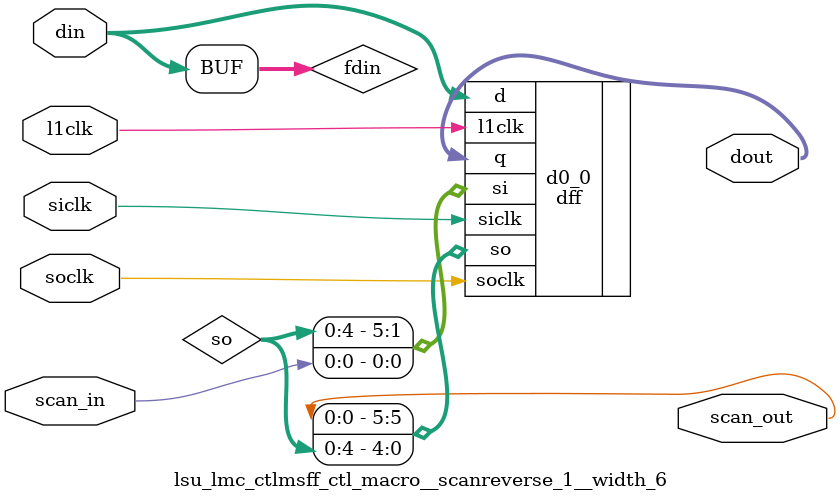
<source format=v>
module lsu_lmc_ctl (
  l2clk, 
  scan_in, 
  tcu_pce_ov, 
  tcu_scan_en, 
  spc_aclk, 
  spc_bclk, 
  scan_out, 
  dcc_tid_m, 
  dcc_ld_inst_vld_m, 
  dcc_pref_inst_m, 
  dcc_ld_miss_b, 
  dcc_ld_miss_ldd, 
  dcc_asi_load_b, 
  dcc_asi_iomap_b, 
  dcc_blk_inst_b, 
  dcc_ldbl_b, 
  dcc_ncache_b, 
  dcc_ld_miss_ctl_b43, 
  dcc_atomic_b, 
  dcc_casa_inst_b, 
  dcc_lsu_asi_rd_b, 
  dcc_lsu_asi_sel_w, 
  dcc_ceter_wr_w, 
  dcc_stb_diag_sel_w3, 
  dcc_exception_flush_b, 
  dcc_perror_b, 
  dcc_sync_pipe_w, 
  dcc_cache_diag_wr_b, 
  dcc_asi_rtn_vld, 
  dcc_asi_rtn_excp, 
  dcc_asi_rtn_rd, 
  pic_casa_squash_req, 
  pic_early_ld_b_sel_p3, 
  pic_no_load_p3, 
  pic_asi_busy, 
  lmd_pcx_pref, 
  lmd_asi_ld, 
  lmd_asi_indet, 
  lmd_sec_cmp_b, 
  lmd_addrb2, 
  lmd_sz_b1, 
  lmd_sz_b0, 
  lmd_ldbl, 
  lmd_rd_e, 
  lmd_dc_err_e, 
  lmd_fill_addr_b3_e, 
  lmd_fill_sz_b0_e, 
  tlb_pgnum_b39, 
  tlb_cam_mhit, 
  tlu_flush_lsu_b, 
  tlu_cerer_sbdlc, 
  tlu_cerer_sbdlu, 
  tlu_cerer_dcl2c, 
  tlu_cerer_dcl2u, 
  tlu_cerer_dcl2nd, 
  tlu_cerer_l2c_socc, 
  tlu_cerer_l2u_socu, 
  dec_flush_lm, 
  dec_flush_lb, 
  dec_ld_inst_d, 
  cic_l2fill_vld_e, 
  cic_cpq_ld_rdy, 
  cic_cpq_ld_rdy_, 
  cic_div_stall_d, 
  cic_oddrd_e, 
  cic_xinval_e, 
  cic_xinval, 
  cic_set_inval, 
  cic_rtn_cmplt, 
  cic_cpq_stall, 
  cic_ext_interrupt, 
  cid_tid, 
  cid_err, 
  cid_dcsoc_err_e, 
  cid_l2miss, 
  stb_cam_hit, 
  stb_cam_mhit, 
  stb_ld_part_raw, 
  stb_cecc_err, 
  stb_uecc_err, 
  sbd_st_data_b_62, 
  sbs_all_commited, 
  sbc_st_atom_p3, 
  sbc_rawp_rst, 
  sbc_st_sel_tid_p4, 
  sbc_force_inv, 
  sbc_kill_store_p4_, 
  lsu_lsu_pmen, 
  lmc_lmq_enable_b, 
  lmc_pcx_sel_p4, 
  lmc_pcx_rq_vld, 
  lmc_asi_rq_vld, 
  lmc_ld_rq_p3, 
  lmc_ld_vld_p4, 
  lmc_ld_no_req_p4, 
  lmc_ld_inv_p4, 
  lmc_ld_tid, 
  lmc_byp_sel_e, 
  lmc_cpq_tid_m, 
  lmc_lmq_bypass_en, 
  lmc_asi_bypass_m, 
  lmc_bld_addr54, 
  lmc_bld_req, 
  lmc_bld_req_, 
  lmc_bld_annul, 
  lmc_bld_miss_e, 
  lmc_bld_last_e, 
  lmc_rd_update, 
  lmc_pref_issued, 
  lmc_ldd_vld, 
  lmc_ld_unfilled, 
  lmc_lmd_ncache_b, 
  lmc_ld_sz, 
  lmc_ld_inst_w, 
  lmc_full_raw_w, 
  lmc_ld_stall, 
  lmc_l2_err_noup, 
  lmc_l2_uerr, 
  lmc_byp_data_hi, 
  lmc_byp_data_enable, 
  lmc_thrd_byp_sel_e, 
  lmc_thrd_byp_sel_m, 
  lmc_byp_tid_m, 
  lmc_byp_vld_m, 
  lmc_lmq0_byp_sel, 
  lmc_lmq1_byp_sel, 
  lmc_lmq2_byp_sel, 
  lmc_lmq3_byp_sel, 
  lmc_lmq4_byp_sel, 
  lmc_lmq5_byp_sel, 
  lmc_lmq6_byp_sel, 
  lmc_lmq7_byp_sel, 
  lmc_asi_indet_retire, 
  lsu_ifu_no_miss, 
  lsu_dcmh_err_g, 
  lsu_dcvp_err_g, 
  lsu_dctp_err_g, 
  lsu_dcdp_err_g, 
  lsu_dcerr_tid_g, 
  lsu_dcl2c_err_g, 
  lsu_dcl2u_err_g, 
  lsu_dcl2nd_err_g, 
  lsu_sbdlc_err_g, 
  lsu_sbdlu_err_g, 
  lsu_stberr_tid_g, 
  lbist_run, 
  mbi_run, 
  lmc_mbi_run, 
  lmc_bist_or_diag_e);
wire se;
wire pce_ov;
wire stop;
wire siclk;
wire soclk;
wire l1clk;
wire rqpend_clken;
wire l1clk_pm1;
wire [7:0] cpq_mx_thread;
wire [7:0] ceter_pscce_in;
wire [7:0] thread_w;
wire st_data_w_62;
wire [7:0] ceter_pscce_reg;
wire dff_ceter_scanin;
wire dff_ceter_scanout;
wire ceter_pscce_cpq;
wire ceter_pscce_w3;
wire [7:0] thread_w3;
wire dff_cerer_scanin;
wire dff_cerer_scanout;
wire cerer_sbdlc;
wire cerer_sbdlu;
wire cerer_dcl2c;
wire cerer_dcl2u;
wire cerer_dcl2nd;
wire cerer_socc;
wire cerer_socu;
wire [7:0] thread_b;
wire [2:0] tid_b;
wire dff_thread_w_scanin;
wire dff_thread_w_scanout;
wire dff_flush_b_scanin;
wire dff_flush_b_scanout;
wire local_flush_b;
wire flush_b;
wire excep_only_flush_b;
wire dff_flush_w_scanin;
wire dff_flush_w_scanout;
wire flush_w;
wire perror_w;
wire dff_inst_b_scanin;
wire dff_inst_b_scanout;
wire ld_inst_vld_b;
wire pref_inst_b;
wire blk_inst_w;
wire dff_inst_w_scanin;
wire dff_inst_w_scanout;
wire pref_inst_w;
wire excep_only_flush_w;
wire [7:0] load_lmq_entry;
wire dff_l2fill_scanin;
wire dff_l2fill_scanout;
wire l2fill_vld_m;
wire [7:0] ld_fill;
wire [7:0] ld_unfilled_in;
wire [7:0] ld_unfilled;
wire dff_unfilled_scanin;
wire dff_unfilled_scanout;
wire [7:0] ld_unfilled_out;
wire [7:0] ld_pcx_vld_set;
wire ncache_w;
wire ld_sec_hit_b;
wire tlb_pgnum_b39_b;
wire stb_cam_hit_b;
wire stb_cam_mhit_b;
wire stb_ld_part_raw_b;
wire dff_stb_raw_scanin;
wire dff_stb_raw_scanout;
wire stb_cam_hit_w;
wire stb_cam_mhit_w;
wire stb_ld_part_raw_w;
wire tlb_pgnum_b39_w;
wire ldbl_w;
wire ld_full_raw_w;
wire ld_part_raw_w;
wire ld_rawp_disabled_asi_b;
wire [7:0] ld_rawp_disabled_in;
wire [7:0] ld_rawp_disabled;
wire dff_rawp_disable_scanin;
wire dff_rawp_disable_scanout;
wire ld_rawp_disabled_asi_w;
wire [7:0] ld_rawp_disabled_out;
wire [7:0] ld_rawp_disabled_set;
wire [7:0] ldd_vld_in;
wire dff_ldd_vld_scanin;
wire dff_ldd_vld_scanout;
wire lmq_vld_enable_b;
wire lmq_vld_cancel_b;
wire dff_ld_lmq_en_b_scanin;
wire dff_ld_lmq_en_b_scanout;
wire lmq_vld_enable_w_pre;
wire lmq_vld_cancel_w_pre;
wire lmq_vld_cancel_w;
wire lmq_vld_enable_w;
wire [7:0] ld_pcx_vld_rst;
wire [7:0] ld_pcx_commit;
wire [7:0] kill_pcx_ld_req;
wire [7:0] bld_hold;
wire [7:0] perr_inv;
wire [7:0] ld_pcx_vld_in;
wire [7:0] ld_pcx_vld;
wire dff_ld_pcx_vld_scanin;
wire dff_ld_pcx_vld_scanout;
wire [7:0] ld_pcx_vld_out;
wire ld_asi_vld_set_b;
wire [7:0] ld_asi_vld_set;
wire ld_asi_vld_set_w;
wire [7:0] ld_asi_vld_in;
wire [7:0] ld_asi_vld_rst;
wire [7:0] ld_asi_vld;
wire dff_ld_asi_vld_scanin;
wire dff_ld_asi_vld_scanout;
wire [7:0] ld_asi_vld_out;
wire early_ld_cancel_w;
wire [7:0] ld_pcx_rq_vld;
wire early_ld_b_sel_p4;
wire block_ldd_req;
wire [7:0] ld_asi_rq_vld;
wire asi_indet_block;
wire [7:0] ld_rq_vld;
wire [7:0] load_miss_w;
wire ld_inst_unflushed_w;
wire ld_inst_vld_w;
wire lru8_scanin;
wire lru8_scanout;
wire [7:0] ld_rq_sel;
wire [7:0] ld_pcx_rq_sel;
wire [7:0] ld_asi_rq_sel;
wire ld_pcx_sel_p3;
wire ld_asi_sel_p3;
wire [7:0] ld_early_rq_sel;
wire [7:0] ld_all_rq_sel;
wire [7:0] st_atom_p4_dec;
wire dff_ld_sel_scanin;
wire dff_ld_sel_scanout;
wire [7:0] ld_all_sel_p4;
wire ld_pcx_sel_p4;
wire [3:0] ldd_count_p1;
wire [3:0] ldd_count;
wire [3:0] ldd_count_m1;
wire inc_ldd_count_pre;
wire dec_ldd_count;
wire [3:0] ldd_count_in;
wire inc_ldd_count;
wire dff_ldd_out_scanin;
wire dff_ldd_out_scanout;
wire cpq_stall;
wire casa_ld_to_pcx;
wire [3:0] st_atom_p3;
wire casa_bypass_d;
wire dff_st_atom_p4_scanin;
wire dff_st_atom_p4_scanout;
wire [3:0] st_atom_p4;
wire casa_bypass_e;
wire [3:0] st_atom_p4_in;
wire dff_st_atom_p5_scanin;
wire dff_st_atom_p5_scanout;
wire asi_indet_sel;
wire asi_indet_retire;
wire asi_indet_in;
wire dff_asi_indet_scanin;
wire dff_asi_indet_scanout;
wire dff_cpq_tid_scanin;
wire dff_cpq_tid_scanout;
wire ld_inst_nopref_b;
wire dff_ld_raw_w_scanin;
wire dff_ld_raw_w_scanout;
wire ld_inst_nopref_w;
wire [2:0] tid_w;
wire ld_raw_bypass_w;
wire dff_ld_raw_w2_scanin;
wire dff_ld_raw_w2_scanout;
wire ld_raw_bypass_w2;
wire [2:0] tid_w2;
wire dff_ld_raw_w3_scanin;
wire dff_ld_raw_w3_scanout;
wire ld_raw_bypass_w3;
wire [2:0] tid_w3;
wire sbdlc_err;
wire sbdlu_err;
wire [7:0] lmq_bypass_vld;
wire [7:0] ldbyp_vld_en;
wire [7:0] ldbyp_rst;
wire [7:0] ldbyp_vld;
wire dff_ldbyp_vld_scanin;
wire dff_ldbyp_vld_scanout;
wire ld_bypass_ok_d;
wire dff_ld_inst_e_scanin;
wire dff_ld_inst_e_scanout;
wire ld_bypass_ok_e;
wire byp_cnt_rst;
wire [2:0] byp_cnt_in;
wire [2:0] byp_cnt;
wire dff_byp_cnt_scanin;
wire dff_byp_cnt_scanout;
wire ld_bypass_e;
wire byp_vld_e;
wire [7:0] thrd_byp_sel_e;
wire dff_thrd_byp_sel_m_scanin;
wire dff_thrd_byp_sel_m_scanout;
wire [7:0] thrd_byp_sel_m;
wire [7:0] bld_inst_w;
wire [7:0] bld_pending;
wire [7:0] bld_pend_hold;
wire [7:0] bld_pending_in;
wire [7:0] bld_reset;
wire dff_bld_pending_scanin;
wire dff_bld_pending_scanout;
wire [1:0] bld_addr54_p3;
wire [1:0] bld_cnt0;
wire [1:0] bld_cnt1;
wire [1:0] bld_cnt2;
wire [1:0] bld_cnt3;
wire [1:0] bld_cnt4;
wire [1:0] bld_cnt5;
wire [1:0] bld_cnt6;
wire [1:0] bld_cnt7;
wire bld_req_p3;
wire dff_bld_addr_scanin;
wire dff_bld_addr_scanout;
wire [1:0] bld_cnt0_in;
wire inc_bld0_cnt;
wire dff_bld_cnt0_scanin;
wire dff_bld_cnt0_scanout;
wire [1:0] bld_cnt1_in;
wire inc_bld1_cnt;
wire dff_bld_cnt1_scanin;
wire dff_bld_cnt1_scanout;
wire [1:0] bld_cnt2_in;
wire inc_bld2_cnt;
wire dff_bld_cnt2_scanin;
wire dff_bld_cnt2_scanout;
wire [1:0] bld_cnt3_in;
wire inc_bld3_cnt;
wire dff_bld_cnt3_scanin;
wire dff_bld_cnt3_scanout;
wire [1:0] bld_cnt4_in;
wire inc_bld4_cnt;
wire dff_bld_cnt4_scanin;
wire dff_bld_cnt4_scanout;
wire [1:0] bld_cnt5_in;
wire inc_bld5_cnt;
wire dff_bld_cnt5_scanin;
wire dff_bld_cnt5_scanout;
wire [1:0] bld_cnt6_in;
wire inc_bld6_cnt;
wire dff_bld_cnt6_scanin;
wire dff_bld_cnt6_scanout;
wire [1:0] bld_cnt7_in;
wire inc_bld7_cnt;
wire dff_bld_cnt7_scanin;
wire dff_bld_cnt7_scanout;
wire [7:0] bld_annul_rst;
wire [7:0] bld_annul_in;
wire [7:0] bld_annul;
wire dff_bld_bypass_scanin;
wire dff_bld_bypass_scanout;
wire block_load_annul;
wire [7:0] bld_miss_set;
wire [7:0] bld_miss_in;
wire [7:0] bld_miss;
wire report_and_clear_error;
wire [7:0] bld_miss_out;
wire bld_pass7;
wire dff_bld_miss_scanin;
wire dff_bld_miss_scanout;
wire bld_pass7_done;
wire [7:0] pref_issued;
wire dff_pref_issued_scanin;
wire dff_pref_issued_scanout;
wire [7:0] perr_set;
wire [7:0] perr_inv_in;
wire dff_perr_scanin;
wire dff_perr_scanout;
wire ld_inv_p3;
wire [7:0] perr_inv_out;
wire ld_inv_p4;
wire lsu_dcvp_err_e2;
wire lsu_dctp_err_e2;
wire lsu_dcmh_err_e2;
wire lsu_dcdp_err_e2;
wire dff_dcerr_scanin;
wire dff_dcerr_scanout;
wire [1:0] l2_err;
wire [1:0] l2_err0;
wire [1:0] l2_err1;
wire [1:0] l2_err2;
wire [1:0] l2_err3;
wire [1:0] l2_err4;
wire [1:0] l2_err5;
wire [1:0] l2_err6;
wire [1:0] l2_err7;
wire [1:0] l2_err_qual;
wire [1:0] l2_err_new;
wire [1:0] l2_err0_in;
wire [1:0] l2_err1_in;
wire [1:0] l2_err2_in;
wire [1:0] l2_err3_in;
wire [1:0] l2_err4_in;
wire [1:0] l2_err5_in;
wire [1:0] l2_err6_in;
wire [1:0] l2_err7_in;
wire dff_l2errcode_scanin;
wire dff_l2errcode_scanout;
wire dcl2c_err;
wire dcl2u_err;
wire dcl2nd_err;
wire dff_l2err_scanin;
wire dff_l2err_scanout;
wire [2:0] stberr_tid;
wire dff_stberr_scanin;
wire dff_stberr_scanout;
wire [7:0] xinval_pend_in;
wire [7:0] xinval_pend;
wire cpq_xinval_m;
wire dff_xinval_pend_scanin;
wire dff_xinval_pend_scanout;
wire dff_bist_diag_scanin;
wire dff_bist_diag_scanout;
wire bist_or_diag_d;
wire spares_scanin;
wire spares_scanout;
wire [4:0] unused;


// Globals
input		l2clk;
input 		scan_in;
input 		tcu_pce_ov;		// scan signals
input		tcu_scan_en;
input 		spc_aclk;
input 		spc_bclk;
output		scan_out;

input	[2:0]	dcc_tid_m;
input		dcc_ld_inst_vld_m;
input		dcc_pref_inst_m;
input		dcc_ld_miss_b;		// A load that needs to go to L2
input		dcc_ld_miss_ldd;
input		dcc_asi_load_b;
input		dcc_asi_iomap_b;
input		dcc_blk_inst_b;		// Block load instruction in B
input		dcc_ldbl_b;
input		dcc_ncache_b;		// Non-cacheable ldst in B
input		dcc_ld_miss_ctl_b43;	// Non-cacheable request to pcx
input		dcc_atomic_b;	
input		dcc_casa_inst_b;
input		dcc_lsu_asi_rd_b;
input		dcc_lsu_asi_sel_w;
input		dcc_ceter_wr_w;
input		dcc_stb_diag_sel_w3;
input		dcc_exception_flush_b;
input		dcc_perror_b;
input		dcc_sync_pipe_w;
input		dcc_cache_diag_wr_b;

input	[7:0]	dcc_asi_rtn_vld;
input		dcc_asi_rtn_excp;
input		dcc_asi_rtn_rd;

input		pic_casa_squash_req;	// No loads can request this cycle
input		pic_early_ld_b_sel_p3;	// The load in B is going to the pcx
input		pic_no_load_p3;		// Load cannot issue in P3
input		pic_asi_busy;		// ASI ring cannot accept a request

input		lmd_pcx_pref;
input	[7:0]	lmd_asi_ld;
input	[7:0]	lmd_asi_indet;
input	[7:0]	lmd_sec_cmp_b;		// secondary hit compare results
input		lmd_addrb2;
input		lmd_sz_b1;
input		lmd_sz_b0;
input		lmd_ldbl;
input	[2:1]	lmd_rd_e;
input	[1:0]	lmd_dc_err_e;
input		lmd_fill_addr_b3_e;
input		lmd_fill_sz_b0_e;

input		tlb_pgnum_b39;
input		tlb_cam_mhit;

input		tlu_flush_lsu_b;	// Flush the instruction in B
input		tlu_cerer_sbdlc;
input		tlu_cerer_sbdlu;
input		tlu_cerer_dcl2c;
input		tlu_cerer_dcl2u;
input		tlu_cerer_dcl2nd;
input		tlu_cerer_l2c_socc;
input		tlu_cerer_l2u_socu;

input		dec_flush_lm;		// Flush the instruction in M
input		dec_flush_lb;		// Flush the instruction in B
input		dec_ld_inst_d;

input		cic_l2fill_vld_e;
input		cic_cpq_ld_rdy;
input		cic_cpq_ld_rdy_;
input		cic_div_stall_d;
input		cic_oddrd_e;
input		cic_xinval_e;		// xinval is being processed
input	[7:0]	cic_xinval;		// xinval arrived for a thread
input		cic_set_inval;
input		cic_rtn_cmplt;
input		cic_cpq_stall;
input		cic_ext_interrupt;

input	[2:0]	cid_tid;
input	[1:0]	cid_err;
input		cid_dcsoc_err_e;
input		cid_l2miss;

input		stb_cam_hit;
input		stb_cam_mhit;
input		stb_ld_part_raw;
input		stb_cecc_err;
input		stb_uecc_err;

input		sbd_st_data_b_62;

input	[7:0]	sbs_all_commited;

input	[7:0]	sbc_st_atom_p3;
input	[7:0]	sbc_rawp_rst;
input	[2:0]	sbc_st_sel_tid_p4;
input		sbc_force_inv;
input		sbc_kill_store_p4_;

input		lsu_lsu_pmen;

output	[7:0]	lmc_lmq_enable_b;	// Load enables for LMQ flops (threaded)
output	[7:0]	lmc_pcx_sel_p4;		// Which thread to send to pcx/asi
output		lmc_pcx_rq_vld;		// At least one thread is ready to issue
output		lmc_asi_rq_vld;		// At least one thread is ready to issue
output		lmc_ld_rq_p3;
output		lmc_ld_vld_p4;
output		lmc_ld_no_req_p4;	// Cancel the pcx request of the load
output		lmc_ld_inv_p4;
output	[2:0]	lmc_ld_tid;		// Thread ID of load selected for issue
output	[7:0]	lmc_byp_sel_e;		// Thread select for fill/bypass data
output	[2:0]	lmc_cpq_tid_m;		// Thread ID of current cpq packet
output	[7:0]	lmc_lmq_bypass_en;	// Load enable for the LMQ bypass registers
output		lmc_asi_bypass_m;	// ASI data is bypassing now
output	[1:0]	lmc_bld_addr54;		// Block load address modifier
output		lmc_bld_req;		// Current pcx req is for block load
output		lmc_bld_req_;
output		lmc_bld_annul;		
output		lmc_bld_miss_e;
output		lmc_bld_last_e;
output	[7:0]	lmc_rd_update;
output	[7:0]	lmc_pref_issued;	// Prefetch issued to pcx
output	[7:0]	lmc_ldd_vld;
output	[7:0]	lmc_ld_unfilled;
output		lmc_lmd_ncache_b;
output	[4:0]	lmc_ld_sz;
output		lmc_ld_inst_w;
output		lmc_full_raw_w;
output		lmc_ld_stall;		// stall pipe so bypass can complete
output		lmc_l2_err_noup;
output		lmc_l2_uerr;
output		lmc_byp_data_hi;
output		lmc_byp_data_enable;

output	[7:0]	lmc_thrd_byp_sel_e;	// Thread is bypassing (or filling)
output	[7:0]	lmc_thrd_byp_sel_m;	// Which thread's bypass register is bypassing
output	[2:0]	lmc_byp_tid_m;		// Which thread's bypass register is bypassing
output		lmc_byp_vld_m;		// A bypass is occuring
output	[4:0]	lmc_lmq0_byp_sel;	// source selects for load bypass registers
output	[4:0]	lmc_lmq1_byp_sel;	// source selects for load bypass registers
output	[4:0]	lmc_lmq2_byp_sel;	// source selects for load bypass registers
output	[4:0]	lmc_lmq3_byp_sel;	// source selects for load bypass registers
output	[4:0]	lmc_lmq4_byp_sel;	// source selects for load bypass registers
output	[4:0]	lmc_lmq5_byp_sel;	// source selects for load bypass registers
output	[4:0]	lmc_lmq6_byp_sel;	// source selects for load bypass registers
output	[4:0]	lmc_lmq7_byp_sel;	// source selects for load bypass registers
output		lmc_asi_indet_retire;	// indeterminate ASI load back from ring

output	[7:0]	lsu_ifu_no_miss;	// xinval pending so do not allow I$ miss

output		lsu_dcmh_err_g;
output		lsu_dcvp_err_g;
output		lsu_dctp_err_g;
output		lsu_dcdp_err_g;
output	[2:0]	lsu_dcerr_tid_g;

output		lsu_dcl2c_err_g;
output		lsu_dcl2u_err_g;
output		lsu_dcl2nd_err_g;

output		lsu_sbdlc_err_g;
output		lsu_sbdlu_err_g;
output	[2:0]	lsu_stberr_tid_g;

input		lbist_run;
input		mbi_run;
output		lmc_mbi_run;
output		lmc_bist_or_diag_e;

// scan renames
assign se = tcu_scan_en;
assign pce_ov = tcu_pce_ov;
assign stop = 1'b0;
assign siclk = spc_aclk;
assign soclk = spc_bclk;
// end scan

//////////////////////////////
// Clock header
//////////////////////////////
lsu_lmc_ctll1clkhdr_ctl_macro clkgen (
        .l2clk  (l2clk                          ),
        .l1en   (1'b1                           ),
        .l1clk  (l1clk                          ),
  .pce_ov(pce_ov),
  .stop(stop),
  .se(se)
);

lsu_lmc_ctll1clkhdr_ctl_macro rqpend_clkgen (
        .l2clk  (l2clk                          ),
        .l1en   (rqpend_clken                   ),
        .l1clk  (l1clk_pm1                      ),
  .pce_ov(pce_ov),
  .stop(stop),
  .se(se)
);

assign cpq_mx_thread[0] = (cid_tid[2:0] == 3'd0);
assign cpq_mx_thread[1] = (cid_tid[2:0] == 3'd1);
assign cpq_mx_thread[2] = (cid_tid[2:0] == 3'd2);
assign cpq_mx_thread[3] = (cid_tid[2:0] == 3'd3);
assign cpq_mx_thread[4] = (cid_tid[2:0] == 3'd4);
assign cpq_mx_thread[5] = (cid_tid[2:0] == 3'd5);
assign cpq_mx_thread[6] = (cid_tid[2:0] == 3'd6);
assign cpq_mx_thread[7] = (cid_tid[2:0] == 3'd7);

assign ceter_pscce_in[0] = (dcc_ceter_wr_w & thread_w[0]) ? st_data_w_62 : ceter_pscce_reg[0];
assign ceter_pscce_in[1] = (dcc_ceter_wr_w & thread_w[1]) ? st_data_w_62 : ceter_pscce_reg[1];
assign ceter_pscce_in[2] = (dcc_ceter_wr_w & thread_w[2]) ? st_data_w_62 : ceter_pscce_reg[2];
assign ceter_pscce_in[3] = (dcc_ceter_wr_w & thread_w[3]) ? st_data_w_62 : ceter_pscce_reg[3];
assign ceter_pscce_in[4] = (dcc_ceter_wr_w & thread_w[4]) ? st_data_w_62 : ceter_pscce_reg[4];
assign ceter_pscce_in[5] = (dcc_ceter_wr_w & thread_w[5]) ? st_data_w_62 : ceter_pscce_reg[5];
assign ceter_pscce_in[6] = (dcc_ceter_wr_w & thread_w[6]) ? st_data_w_62 : ceter_pscce_reg[6];
assign ceter_pscce_in[7] = (dcc_ceter_wr_w & thread_w[7]) ? st_data_w_62 : ceter_pscce_reg[7];

lsu_lmc_ctlmsff_ctl_macro__width_9 dff_ceter  (
	.scan_in(dff_ceter_scanin),
	.scan_out(dff_ceter_scanout),
	.din	({sbd_st_data_b_62,ceter_pscce_in[7:0]}),
	.dout	({st_data_w_62,    ceter_pscce_reg[7:0]}),
  .l1clk(l1clk),
  .siclk(siclk),
  .soclk(soclk)
);

assign ceter_pscce_cpq = (cpq_mx_thread[0] & ceter_pscce_reg[0]) |
                         (cpq_mx_thread[1] & ceter_pscce_reg[1]) | 
                         (cpq_mx_thread[2] & ceter_pscce_reg[2]) | 
                         (cpq_mx_thread[3] & ceter_pscce_reg[3]) | 
                         (cpq_mx_thread[4] & ceter_pscce_reg[4]) | 
                         (cpq_mx_thread[5] & ceter_pscce_reg[5]) | 
                         (cpq_mx_thread[6] & ceter_pscce_reg[6]) | 
                         (cpq_mx_thread[7] & ceter_pscce_reg[7]) ;

assign ceter_pscce_w3 = (thread_w3[0] & ceter_pscce_reg[0]) |
                        (thread_w3[1] & ceter_pscce_reg[1]) | 
                        (thread_w3[2] & ceter_pscce_reg[2]) | 
                        (thread_w3[3] & ceter_pscce_reg[3]) | 
                        (thread_w3[4] & ceter_pscce_reg[4]) | 
                        (thread_w3[5] & ceter_pscce_reg[5]) | 
                        (thread_w3[6] & ceter_pscce_reg[6]) | 
                        (thread_w3[7] & ceter_pscce_reg[7]) ;

lsu_lmc_ctlmsff_ctl_macro__width_7 dff_cerer  (
	.scan_in(dff_cerer_scanin),
	.scan_out(dff_cerer_scanout),
	.din	({tlu_cerer_sbdlc,tlu_cerer_sbdlu,tlu_cerer_dcl2c,tlu_cerer_dcl2u,tlu_cerer_dcl2nd,
		  tlu_cerer_l2c_socc, tlu_cerer_l2u_socu}),
	.dout	({    cerer_sbdlc,    cerer_sbdlu,    cerer_dcl2c,    cerer_dcl2u,    cerer_dcl2nd,
		  cerer_socc,         cerer_socu}),
  .l1clk(l1clk),
  .siclk(siclk),
  .soclk(soclk)
);

//////////////////////////////
// Thread decoding
//////////////////////////////

assign thread_b[0] = ~tid_b[2] & ~tid_b[1] & ~tid_b[0];
assign thread_b[1] = ~tid_b[2] & ~tid_b[1] &  tid_b[0];
assign thread_b[2] = ~tid_b[2] &  tid_b[1] & ~tid_b[0];
assign thread_b[3] = ~tid_b[2] &  tid_b[1] &  tid_b[0];
assign thread_b[4] =  tid_b[2] & ~tid_b[1] & ~tid_b[0];
assign thread_b[5] =  tid_b[2] & ~tid_b[1] &  tid_b[0];
assign thread_b[6] =  tid_b[2] &  tid_b[1] & ~tid_b[0];
assign thread_b[7] =  tid_b[2] &  tid_b[1] &  tid_b[0];

lsu_lmc_ctlmsff_ctl_macro__width_8 dff_thread_w  (
	.scan_in(dff_thread_w_scanin),
	.scan_out(dff_thread_w_scanout),
	.l1clk	(l1clk_pm1),
	.din	(thread_b[7:0]),
	.dout	(thread_w[7:0]),
  .siclk(siclk),
  .soclk(soclk)
);

//////////////////////////////
// Instruction flushing
//////////////////////////////

lsu_lmc_ctlmsff_ctl_macro__width_1 dff_flush_b  (
	.scan_in(dff_flush_b_scanin),
	.scan_out(dff_flush_b_scanout),
	.din	(dec_flush_lm),
	.dout	(local_flush_b),
  .l1clk(l1clk),
  .siclk(siclk),
  .soclk(soclk)
);

assign flush_b = tlu_flush_lsu_b | dec_flush_lb | local_flush_b | dcc_exception_flush_b;
assign excep_only_flush_b = dcc_exception_flush_b & ~(tlu_flush_lsu_b | dec_flush_lb | local_flush_b);

lsu_lmc_ctlmsff_ctl_macro__width_2 dff_flush_w  (
	.scan_in(dff_flush_w_scanin),
	.scan_out(dff_flush_w_scanout),
	.din	({flush_b,dcc_perror_b}),
	.dout	({flush_w,perror_w}),
  .l1clk(l1clk),
  .siclk(siclk),
  .soclk(soclk)
);

////////////////////////////////////////////////////////////////////////////////
// Enables to load miss information into the LMQ buffers
// LMQ buffers are written in the W stage, so the enable must be valid in B.
// ld_miss_b will be the critical signal.  If it's too late, the LMQ can be loaded
// on every miss and a separate signal used to track whether the load needs to go
// to L2, but this will mess up the LRU mechanism below, so I'd like to avoid it
// if possible.
////////////////////////////////////////////////////////////////////////////////

lsu_lmc_ctlmsff_ctl_macro__width_6 dff_inst_b  (
	.scan_in(dff_inst_b_scanin),
	.scan_out(dff_inst_b_scanout),
	.din	({dcc_ld_inst_vld_m, dcc_pref_inst_m, dcc_blk_inst_b,dcc_tid_m[2:0]}),
	.dout	({    ld_inst_vld_b,     pref_inst_b, blk_inst_w,    tid_b[2:0]}),
  .l1clk(l1clk),
  .siclk(siclk),
  .soclk(soclk)
);

lsu_lmc_ctlmsff_ctl_macro__width_2 dff_inst_w  (
	.scan_in(dff_inst_w_scanin),
	.scan_out(dff_inst_w_scanout),
	.l1clk	(l1clk_pm1),
	.din	({pref_inst_b, excep_only_flush_b}),
	.dout	({pref_inst_w, excep_only_flush_w}),
  .siclk(siclk),
  .soclk(soclk)
);

assign load_lmq_entry[7:0] = (({8{ld_inst_vld_b}} & thread_b[7:0]) &
                                ~(({8{dcc_sync_pipe_w}} & thread_w[7:0]) | {8{local_flush_b}}));
assign lmc_lmq_enable_b[7:0] = load_lmq_entry[7:0] | lmc_rd_update[7:0];

////////////////////////////////////////////////////////////////////////////////
// Fill state of each entry.  An unfilled flag is set when the miss occurs
// and cleared when the cache is filled (or when the data is bypassed in the
// case of non-cacheable loads).
////////////////////////////////////////////////////////////////////////////////

lsu_lmc_ctlmsff_ctl_macro__width_1 dff_l2fill  (
	.scan_in(dff_l2fill_scanin),
	.scan_out(dff_l2fill_scanout),
	.din	(cic_l2fill_vld_e),
	.dout	(l2fill_vld_m),
  .l1clk(l1clk),
  .siclk(siclk),
  .soclk(soclk)
);

assign ld_fill[0] = l2fill_vld_m & (lmc_cpq_tid_m[2:0] == 3'b000);
assign ld_fill[1] = l2fill_vld_m & (lmc_cpq_tid_m[2:0] == 3'b001);
assign ld_fill[2] = l2fill_vld_m & (lmc_cpq_tid_m[2:0] == 3'b010);
assign ld_fill[3] = l2fill_vld_m & (lmc_cpq_tid_m[2:0] == 3'b011);
assign ld_fill[4] = l2fill_vld_m & (lmc_cpq_tid_m[2:0] == 3'b100);
assign ld_fill[5] = l2fill_vld_m & (lmc_cpq_tid_m[2:0] == 3'b101);
assign ld_fill[6] = l2fill_vld_m & (lmc_cpq_tid_m[2:0] == 3'b110);
assign ld_fill[7] = l2fill_vld_m & (lmc_cpq_tid_m[2:0] == 3'b111);

assign ld_unfilled_in[7:0] = ld_unfilled[7:0] & ~ld_fill[7:0];

lsu_lmc_ctlmsff_ctl_macro__width_8 dff_unfilled  (
	.scan_in(dff_unfilled_scanin),
	.scan_out(dff_unfilled_scanout),
	.din	(ld_unfilled_in[7:0]),
	.dout	(ld_unfilled_out[7:0]),
  .l1clk(l1clk),
  .siclk(siclk),
  .soclk(soclk)
);
assign ld_unfilled[7:0] = (ld_pcx_vld_set[7:0] & {8{~ncache_w}}) | ld_unfilled_out[7:0];

////////////////////////////////////////////////////////////////////////////////
// Secondary miss processing
// A load miss is considered secondary if it matches a load from another thread
// that has a miss pending.  In this case, the secondary load will be marked
// as non-cacheable to avoid cache pollution. 
////////////////////////////////////////////////////////////////////////////////

assign lmc_ld_unfilled[7:0] = ld_unfilled[7:0];

assign ld_sec_hit_b = (|(lmd_sec_cmp_b[7:0]) & ~dcc_asi_load_b);

assign lmc_lmd_ncache_b = dcc_ld_miss_ctl_b43 | ld_sec_hit_b;

////////////////////////////////////////////////////////////////////////////////
// Partial RAW handling
// Partial RAWs and loads treated like partial raws (full raw to multiple stb
// entries) cannot issue to the pcx until dependent stores have been committed
// to the pcx.  The depedency tracking is done in lsu_sbc_ctl.
////////////////////////////////////////////////////////////////////////////////

assign tlb_pgnum_b39_b = ld_inst_vld_b & tlb_pgnum_b39 & ~tlb_cam_mhit;

assign stb_cam_hit_b     = stb_cam_hit     & ~(lbist_run | lmc_mbi_run);
assign stb_cam_mhit_b    = stb_cam_mhit    & ~(lbist_run | lmc_mbi_run);
assign stb_ld_part_raw_b = stb_ld_part_raw & ~(lbist_run | lmc_mbi_run);

lsu_lmc_ctlmsff_ctl_macro__width_5 dff_stb_raw  (
	.scan_in(dff_stb_raw_scanin),
	.scan_out(dff_stb_raw_scanout),
	.l1clk	(l1clk_pm1),
	.din	({stb_cam_hit_b,stb_cam_mhit_b,stb_ld_part_raw_b,tlb_pgnum_b39_b,dcc_ldbl_b}),
	.dout	({stb_cam_hit_w,stb_cam_mhit_w,stb_ld_part_raw_w,tlb_pgnum_b39_w,ldbl_w}),
  .siclk(siclk),
  .soclk(soclk)
);

assign ld_full_raw_w = stb_cam_hit_w & ~ld_part_raw_w;
assign ld_part_raw_w = stb_ld_part_raw_w |			// a partial hit
                       stb_cam_mhit_w |				// multiple hits
                       tlb_pgnum_b39_w |			// IO load
                       (ldbl_w & stb_cam_hit_w) ;		// BLD/QUAD/LDD

assign ld_rawp_disabled_asi_b = (dcc_asi_load_b & ~dcc_lsu_asi_rd_b) & ld_inst_vld_b;

assign ld_rawp_disabled_in[7:0] = (ld_rawp_disabled[7:0] & ~sbc_rawp_rst[7:0]) & ~sbs_all_commited[7:0];

lsu_lmc_ctlmsff_ctl_macro__width_9 dff_rawp_disable  (
	.scan_in(dff_rawp_disable_scanin),
	.scan_out(dff_rawp_disable_scanout),
	.l1clk	(l1clk_pm1),
	.din	({ld_rawp_disabled_asi_b,ld_rawp_disabled_in[7:0]}),
	.dout	({ld_rawp_disabled_asi_w,ld_rawp_disabled_out[7:0]}),
  .siclk(siclk),
  .soclk(soclk)
);

// Don't change or remove this signal name.  It's used by the bench.
assign ld_rawp_disabled_set[7:0] = {8{ (ld_rawp_disabled_asi_w | ld_part_raw_w) & ~flush_w }} & thread_w[7:0];	

assign ld_rawp_disabled[7:0] = ld_rawp_disabled_set[7:0] | ld_rawp_disabled_out[7:0];

////////////////////////////////////////////////////////////////////////////////
// Track ldd flags here.  They used to be part of lmq entry in lsu_lmd_dp, but
// they need to be here for timing.
////////////////////////////////////////////////////////////////////////////////

assign ldd_vld_in[7:0] = ( load_lmq_entry[7:0] & {8{dcc_ld_miss_ldd}}) |
                         (~load_lmq_entry[7:0] & lmc_ldd_vld[7:0]);

lsu_lmc_ctlmsff_ctl_macro__width_8 dff_ldd_vld  (
	.scan_in(dff_ldd_vld_scanin),
	.scan_out(dff_ldd_vld_scanout),
	.l1clk	(l1clk_pm1),
	.din	(ldd_vld_in[7:0]),
	.dout	(lmc_ldd_vld[7:0]),
  .siclk(siclk),
  .soclk(soclk)
);

////////////////////////////////////////////////////////////////////////////////
// PCX and ASI Load Control
// An LMQ entry is ready to issue to the pcx when it is loaded.
// The request is cleared once the entry successfully issues to the pcx.
//
//	B	|	W/P3	|	P4	
//		|		|		
// miss detected| LMQ loaded	| packet to gasket	
//		| request set	|		
//		| arb for pcx	|		
//
// Arbitration among threads with pending load requests happens here.  Arbitration
// between the pcx sources (loads and stores) happens in the pic control block.
////////////////////////////////////////////////////////////////////////////////

// Load misses issue to the pcx with the following exceptions
// - internal ASI's which aren't IO mapped (they go to the ASI ring instead)
// - atomics (the STB arbitrates for these)
// - prefetches always issue, regardless
// - full raw

assign lmq_vld_enable_b = dcc_ld_miss_b & ld_inst_vld_b;
assign lmq_vld_cancel_b = (dcc_asi_load_b & ~dcc_asi_iomap_b) | dcc_atomic_b;

lsu_lmc_ctlmsff_ctl_macro__width_3 dff_ld_lmq_en_b  (
	.scan_in(dff_ld_lmq_en_b_scanin),
	.scan_out(dff_ld_lmq_en_b_scanout),
	.l1clk	(l1clk_pm1),
	.din	({lmq_vld_enable_b,    lmq_vld_cancel_b,    lmc_lmd_ncache_b}),
	.dout	({lmq_vld_enable_w_pre,lmq_vld_cancel_w_pre,ncache_w}),
  .siclk(siclk),
  .soclk(soclk)
);
assign lmq_vld_cancel_w = lmq_vld_cancel_w_pre | ld_full_raw_w;
assign lmq_vld_enable_w = (lmq_vld_enable_w_pre | ld_part_raw_w) & ~lmq_vld_cancel_w;

// PCX requests pending
assign ld_pcx_vld_set[0] = lmq_vld_enable_w & ~flush_w & thread_w[0];
assign ld_pcx_vld_set[1] = lmq_vld_enable_w & ~flush_w & thread_w[1];
assign ld_pcx_vld_set[2] = lmq_vld_enable_w & ~flush_w & thread_w[2];
assign ld_pcx_vld_set[3] = lmq_vld_enable_w & ~flush_w & thread_w[3];
assign ld_pcx_vld_set[4] = lmq_vld_enable_w & ~flush_w & thread_w[4];
assign ld_pcx_vld_set[5] = lmq_vld_enable_w & ~flush_w & thread_w[5];
assign ld_pcx_vld_set[6] = lmq_vld_enable_w & ~flush_w & thread_w[6];
assign ld_pcx_vld_set[7] = lmq_vld_enable_w & ~flush_w & thread_w[7];

assign ld_pcx_vld_rst[7:0] = (ld_pcx_commit[7:0] | kill_pcx_ld_req[7:0]) & ~(bld_hold[7:0] | perr_inv[7:0]);

assign ld_pcx_vld_in[7:0] = ~ld_pcx_vld_rst[7:0] & ld_pcx_vld[7:0];

lsu_lmc_ctlmsff_ctl_macro__width_8 dff_ld_pcx_vld  (
	.scan_in(dff_ld_pcx_vld_scanin),
	.scan_out(dff_ld_pcx_vld_scanout),
	.l1clk	(l1clk_pm1),
	.din	(ld_pcx_vld_in[7:0]),
	.dout	(ld_pcx_vld_out[7:0]),
  .siclk(siclk),
  .soclk(soclk)
);
assign ld_pcx_vld[7:0] = ld_pcx_vld_set[7:0] | ld_pcx_vld_out[7:0];

// ASI requests pending
assign ld_asi_vld_set_b = dcc_asi_load_b & ~dcc_asi_iomap_b & ~dcc_lsu_asi_rd_b;

assign ld_asi_vld_set[0] = ld_asi_vld_set_w & ~flush_w & thread_w[0];
assign ld_asi_vld_set[1] = ld_asi_vld_set_w & ~flush_w & thread_w[1];
assign ld_asi_vld_set[2] = ld_asi_vld_set_w & ~flush_w & thread_w[2];
assign ld_asi_vld_set[3] = ld_asi_vld_set_w & ~flush_w & thread_w[3];
assign ld_asi_vld_set[4] = ld_asi_vld_set_w & ~flush_w & thread_w[4];
assign ld_asi_vld_set[5] = ld_asi_vld_set_w & ~flush_w & thread_w[5];
assign ld_asi_vld_set[6] = ld_asi_vld_set_w & ~flush_w & thread_w[6];
assign ld_asi_vld_set[7] = ld_asi_vld_set_w & ~flush_w & thread_w[7];

assign ld_asi_vld_in[7:0] = ~ld_asi_vld_rst[7:0] & ld_asi_vld[7:0];

lsu_lmc_ctlmsff_ctl_macro__width_9 dff_ld_asi_vld  (
	.scan_in(dff_ld_asi_vld_scanin),
	.scan_out(dff_ld_asi_vld_scanout),
	.l1clk	(l1clk_pm1),
	.din	({ld_asi_vld_set_b,ld_asi_vld_in[7:0]}),
	.dout	({ld_asi_vld_set_w,ld_asi_vld_out[7:0]}),
  .siclk(siclk),
  .soclk(soclk)
);

assign ld_asi_vld[7:0] = ld_asi_vld_set[7:0] | ld_asi_vld_out[7:0];

// Is the load which made an early request still valid?
assign early_ld_cancel_w = ld_full_raw_w | ld_part_raw_w | flush_w | perror_w;

// A thread should never have pcx and asi requests valid simultaneously
// 0in bits_on -var {ld_pcx_vld[0],ld_asi_vld[0]} -max 1 -message "PCX and ASI load requests for thread 0" 
// 0in bits_on -var {ld_pcx_vld[1],ld_asi_vld[1]} -max 1 -message "PCX and ASI load requests for thread 1" 
// 0in bits_on -var {ld_pcx_vld[2],ld_asi_vld[2]} -max 1 -message "PCX and ASI load requests for thread 2" 
// 0in bits_on -var {ld_pcx_vld[3],ld_asi_vld[3]} -max 1 -message "PCX and ASI load requests for thread 3" 
// 0in bits_on -var {ld_pcx_vld[4],ld_asi_vld[4]} -max 1 -message "PCX and ASI load requests for thread 4" 
// 0in bits_on -var {ld_pcx_vld[5],ld_asi_vld[5]} -max 1 -message "PCX and ASI load requests for thread 5" 
// 0in bits_on -var {ld_pcx_vld[6],ld_asi_vld[6]} -max 1 -message "PCX and ASI load requests for thread 6" 
// 0in bits_on -var {ld_pcx_vld[7],ld_asi_vld[7]} -max 1 -message "PCX and ASI load requests for thread 7" 

//////////////////////
// P3 stage
//////////////////////

// Generate valid pcx and asi requests.
// PCX requests can be cancelled by rawp conditions
// ASI requests can be cancelled by rawp conditions and by another outstanding indeterminate.

assign ld_pcx_rq_vld[7:0] = ld_pcx_vld[7:0] & ~ld_rawp_disabled[7:0] & ~({8{early_ld_b_sel_p4}} & thread_w[7:0]) & ~({8{block_ldd_req}} & lmc_ldd_vld[7:0]);
assign ld_asi_rq_vld[7:0] = ld_asi_vld[7:0] & ~ld_rawp_disabled[7:0] & ~(lmd_asi_ld[7:0] & lmd_asi_indet[7:0] & {8{asi_indet_block}});

assign ld_rq_vld[7:0] = ld_pcx_rq_vld[7:0] | ld_asi_rq_vld[7:0];
assign lmc_ld_rq_p3 = |(ld_rq_vld[7:0]);

// Pseudo-LRU picker to choose the oldest thread for issuing to pcx.
// LRU state is updated after a load is put into the miss queue
assign load_miss_w[7:0] = {8{(ld_inst_unflushed_w | (ld_inst_vld_w & ~flush_w))}} & thread_w[7:0] & (ld_pcx_vld[7:0] | ld_asi_vld[7:0]);

lsu_lru8_ctl lru8 (
	.scan_in(lru8_scanin),
	.scan_out(lru8_scanout),
	.request	(ld_rq_vld[7:0]),
	.enable		(load_miss_w[7:0]),
	.select		(ld_rq_sel[7:0]),
  .l1clk(l1clk),
  .spc_aclk(spc_aclk),
  .spc_bclk(spc_bclk)
);

// Tell pic if request was pcx or asi
assign lmc_pcx_rq_vld = |(ld_rq_sel[7:0] & ld_pcx_rq_vld[7:0]);
assign lmc_asi_rq_vld = |(ld_rq_sel[7:0] & ld_asi_rq_vld[7:0]);

// A request wins arbitration to the pcx if it's thread is selected AND
// the load port wins source arbitration.
// Loads will win over stores unless blocked by pic_no_load_p3
assign ld_pcx_rq_sel[7:0]   = ld_rq_sel[7:0] & ld_pcx_rq_vld[7:0] & {8{~pic_no_load_p3}};
assign ld_asi_rq_sel[7:0]   = ld_rq_sel[7:0] & ld_asi_rq_vld[7:0] & {8{~(pic_no_load_p3 | pic_asi_busy)}};
assign ld_pcx_sel_p3 = |(ld_pcx_rq_sel[7:0]);
assign ld_asi_sel_p3 = |(ld_asi_rq_sel[7:0]);

assign ld_early_rq_sel[7:0] = {8{~(ld_pcx_sel_p3 | ld_asi_sel_p3 | pic_casa_squash_req)}} & thread_b[7:0];
assign ld_all_rq_sel[7:0] = ld_pcx_rq_sel[7:0] | ld_asi_rq_sel[7:0] | ld_early_rq_sel[7:0] | st_atom_p4_dec[7:0];

assign ld_pcx_commit[7:0] = ld_pcx_rq_sel[7:0];
assign ld_asi_vld_rst[7:0] = ld_asi_rq_sel[7:0];

lsu_lmc_ctlmsff_ctl_macro__width_10 dff_ld_sel  (
	.scan_in(dff_ld_sel_scanin),
	.scan_out(dff_ld_sel_scanout),
	.l1clk	(l1clk_pm1),
	.din	({ld_all_rq_sel[7:0],ld_pcx_sel_p3,pic_early_ld_b_sel_p3}),
	.dout	({ld_all_sel_p4[7:0],ld_pcx_sel_p4, early_ld_b_sel_p4}),
  .siclk(siclk),
  .soclk(soclk)
);

// Need to throttle the number of outstanding LDD requests to avoid CPQ overflow.  
// No more LDD requests can be sent if
// (i) Number of outstanding requests is 14   OR
// (ii)cic is issuing a stall due to CPQ above high water mark
// Counter is incremented one cycle late to ease timing.

assign ldd_count_p1[3:0] = ldd_count[3:0] + 4'b0001;
assign ldd_count_m1[3:0] = ldd_count[3:0] - 4'b0001;

assign inc_ldd_count_pre = |(ld_pcx_rq_sel[7:0] & lmc_ldd_vld[7:0] & ~perr_inv[7:0]);
assign dec_ldd_count = cic_oddrd_e;
assign ldd_count_in[3:0] = ({4{inc_ldd_count & ~dec_ldd_count}} & ldd_count_p1[3:0]) |
                           ({4{dec_ldd_count & ~inc_ldd_count}} & ldd_count_m1[3:0]) |
                           ({4{inc_ldd_count ~^ dec_ldd_count}} & ldd_count[3:0]) ;

lsu_lmc_ctlmsff_ctl_macro__width_6 dff_ldd_out  (
	.scan_in(dff_ldd_out_scanin),
	.scan_out(dff_ldd_out_scanout),
	.din	({cic_cpq_stall,inc_ldd_count_pre,ldd_count_in[3:0]}),
	.dout	({cpq_stall,    inc_ldd_count    ,ldd_count[3:0]}),
  .l1clk(l1clk),
  .siclk(siclk),
  .soclk(soclk)
);

assign block_ldd_req = (ldd_count[3:2]==2'b11 & (ldd_count[1] | ldd_count[0] & inc_ldd_count)) | cpq_stall;

//////////////////////
// P4 stage
//////////////////////

assign lmc_ld_no_req_p4 = early_ld_b_sel_p4 & early_ld_cancel_w;

assign kill_pcx_ld_req[7:0] = {8{(early_ld_b_sel_p4 & ~early_ld_cancel_w)}} & thread_w[7:0];

assign lmc_ld_vld_p4 = (casa_ld_to_pcx) | 			// CAS packet 2
                       (ld_pcx_sel_p4) |			// queued miss request
                       (early_ld_b_sel_p4 & ~early_ld_cancel_w);// early B/W request

assign lmc_pcx_sel_p4[7:0] = ld_all_sel_p4[7:0];

assign lmc_ld_tid[2] = lmc_pcx_sel_p4[7] | lmc_pcx_sel_p4[6] | lmc_pcx_sel_p4[5] | lmc_pcx_sel_p4[4];
assign lmc_ld_tid[1] = lmc_pcx_sel_p4[7] | lmc_pcx_sel_p4[6] | lmc_pcx_sel_p4[3] | lmc_pcx_sel_p4[2];
assign lmc_ld_tid[0] = lmc_pcx_sel_p4[7] | lmc_pcx_sel_p4[5] | lmc_pcx_sel_p4[3] | lmc_pcx_sel_p4[1];

// Encode this info to save some flops. [3]=valid,[2:0]=tid
assign st_atom_p3[3] = |(sbc_st_atom_p3[7:0]);
assign st_atom_p3[2] = sbc_st_atom_p3[7] | sbc_st_atom_p3[6] | sbc_st_atom_p3[5] | sbc_st_atom_p3[4];
assign st_atom_p3[1] = sbc_st_atom_p3[7] | sbc_st_atom_p3[6] | sbc_st_atom_p3[3] | sbc_st_atom_p3[2];
assign st_atom_p3[0] = sbc_st_atom_p3[7] | sbc_st_atom_p3[5] | sbc_st_atom_p3[3] | sbc_st_atom_p3[1];

assign casa_bypass_d = st_atom_p3[3];

lsu_lmc_ctlmsff_ctl_macro__width_4 dff_st_atom_p4  (
	.scan_in(dff_st_atom_p4_scanin),
	.scan_out(dff_st_atom_p4_scanout),
	.din	(st_atom_p3[3:0]),
	.dout	(st_atom_p4[3:0]),
  .l1clk(l1clk),
  .siclk(siclk),
  .soclk(soclk)
);

// If casa is using the bypass register, other bypasses must be blocked.
assign casa_bypass_e = st_atom_p4[3];

// If STB read of CAS1 had an error, kill the CAS2 and restart the thread
assign st_atom_p4_in[3] = st_atom_p4[3] & sbc_kill_store_p4_;
assign st_atom_p4_in[2:0] = st_atom_p4[2:0];

assign st_atom_p4_dec[0] = st_atom_p4[3] & ~st_atom_p4[2] & ~st_atom_p4[1] & ~st_atom_p4[0];
assign st_atom_p4_dec[1] = st_atom_p4[3] & ~st_atom_p4[2] & ~st_atom_p4[1] &  st_atom_p4[0];
assign st_atom_p4_dec[2] = st_atom_p4[3] & ~st_atom_p4[2] &  st_atom_p4[1] & ~st_atom_p4[0];
assign st_atom_p4_dec[3] = st_atom_p4[3] & ~st_atom_p4[2] &  st_atom_p4[1] &  st_atom_p4[0];
assign st_atom_p4_dec[4] = st_atom_p4[3] &  st_atom_p4[2] & ~st_atom_p4[1] & ~st_atom_p4[0];
assign st_atom_p4_dec[5] = st_atom_p4[3] &  st_atom_p4[2] & ~st_atom_p4[1] &  st_atom_p4[0];
assign st_atom_p4_dec[6] = st_atom_p4[3] &  st_atom_p4[2] &  st_atom_p4[1] & ~st_atom_p4[0];
assign st_atom_p4_dec[7] = st_atom_p4[3] &  st_atom_p4[2] &  st_atom_p4[1] &  st_atom_p4[0];

lsu_lmc_ctlmsff_ctl_macro__width_1 dff_st_atom_p5  (
	.scan_in(dff_st_atom_p5_scanin),
	.scan_out(dff_st_atom_p5_scanout),
	.din	(st_atom_p4_in[3]),
	.dout	(casa_ld_to_pcx),
  .l1clk(l1clk),
  .siclk(siclk),
  .soclk(soclk)
);

// Indeterminate ASI blocks

assign asi_indet_sel = |(ld_asi_vld_rst[7:0] & lmd_asi_indet[7:0]); 
assign asi_indet_retire = (lmc_lmq0_byp_sel[1] & lmd_asi_indet[0]) |
                          (lmc_lmq1_byp_sel[1] & lmd_asi_indet[1]) |
                          (lmc_lmq2_byp_sel[1] & lmd_asi_indet[2]) |
                          (lmc_lmq3_byp_sel[1] & lmd_asi_indet[3]) |
                          (lmc_lmq4_byp_sel[1] & lmd_asi_indet[4]) |
                          (lmc_lmq5_byp_sel[1] & lmd_asi_indet[5]) |
                          (lmc_lmq6_byp_sel[1] & lmd_asi_indet[6]) |
                          (lmc_lmq7_byp_sel[1] & lmd_asi_indet[7]) ;

assign lmc_asi_indet_retire = asi_indet_retire;

assign asi_indet_in = asi_indet_sel | (asi_indet_block & ~asi_indet_retire);

lsu_lmc_ctlmsff_ctl_macro__width_1 dff_asi_indet  (
	.scan_in(dff_asi_indet_scanin),
	.scan_out(dff_asi_indet_scanout),
	.din    (asi_indet_in),
	.dout   (asi_indet_block),
  .l1clk(l1clk),
  .siclk(siclk),
  .soclk(soclk)
);

////////////////////////////////////////////////////////////////////////////////
// Data return
////////////////////////////////////////////////////////////////////////////////

// Select the correct thread's LMQ
assign lmc_byp_sel_e[0] = cpq_mx_thread[0] & cic_cpq_ld_rdy |
                           lmc_thrd_byp_sel_e[0];
assign lmc_byp_sel_e[1] = cpq_mx_thread[1] & cic_cpq_ld_rdy |
                           lmc_thrd_byp_sel_e[1];
assign lmc_byp_sel_e[2] = cpq_mx_thread[2] & cic_cpq_ld_rdy |
                           lmc_thrd_byp_sel_e[2];
assign lmc_byp_sel_e[3] = cpq_mx_thread[3] & cic_cpq_ld_rdy |
                           lmc_thrd_byp_sel_e[3];
assign lmc_byp_sel_e[4] = cpq_mx_thread[4] & cic_cpq_ld_rdy |
                           lmc_thrd_byp_sel_e[4];
assign lmc_byp_sel_e[5] = cpq_mx_thread[5] & cic_cpq_ld_rdy |
                           lmc_thrd_byp_sel_e[5];
assign lmc_byp_sel_e[6] = cpq_mx_thread[6] & cic_cpq_ld_rdy |
                           lmc_thrd_byp_sel_e[6];
assign lmc_byp_sel_e[7] = cpq_mx_thread[7] & cic_cpq_ld_rdy |
                           lmc_thrd_byp_sel_e[7];

lsu_lmc_ctlmsff_ctl_macro__width_3 dff_cpq_tid  (
	.scan_in(dff_cpq_tid_scanin),
	.scan_out(dff_cpq_tid_scanout),
	.din	(cid_tid[2:0]),
	.dout	(lmc_cpq_tid_m[2:0]),
  .l1clk(l1clk),
  .siclk(siclk),
  .soclk(soclk)
);

////////////////////////////////////////////////////////////////////////////////
// LMQ bypassing
////////////////////////////////////////////////////////////////////////////////

assign ld_inst_nopref_b = ld_inst_vld_b & ~pref_inst_b;

lsu_lmc_ctlmsff_ctl_macro__width_4 dff_ld_raw_w  (
	.scan_in(dff_ld_raw_w_scanin),
	.scan_out(dff_ld_raw_w_scanout),
	.l1clk	(l1clk_pm1),
	.din	({ld_inst_nopref_b,tid_b[2:0]}),
	.dout	({ld_inst_nopref_w,tid_w[2:0]}),
  .siclk(siclk),
  .soclk(soclk)
);

assign ld_inst_unflushed_w = ld_inst_nopref_w & ~flush_w;
assign lmc_ld_inst_w = ld_inst_unflushed_w;

assign ld_raw_bypass_w = ld_inst_unflushed_w & ld_full_raw_w & ~stb_cam_mhit_w & ~ldbl_w;

assign lmc_full_raw_w = ld_raw_bypass_w;

lsu_lmc_ctlmsff_ctl_macro__width_4 dff_ld_raw_w2  (
	.scan_in(dff_ld_raw_w2_scanin),
	.scan_out(dff_ld_raw_w2_scanout),
	.din	({ld_raw_bypass_w, tid_w[2:0]}),
	.dout	({ld_raw_bypass_w2,tid_w2[2:0]}),
  .l1clk(l1clk),
  .siclk(siclk),
  .soclk(soclk)
);

lsu_lmc_ctlmsff_ctl_macro__width_4 dff_ld_raw_w3  (
	.scan_in(dff_ld_raw_w3_scanin),
	.scan_out(dff_ld_raw_w3_scanout),
	.din	({ld_raw_bypass_w2,tid_w2[2:0]}),
	.dout	({ld_raw_bypass_w3,tid_w3[2:0]}),
  .l1clk(l1clk),
  .siclk(siclk),
  .soclk(soclk)
);

assign thread_w3[0] = ~tid_w3[2] & ~tid_w3[1] & ~tid_w3[0];
assign thread_w3[1] = ~tid_w3[2] & ~tid_w3[1] &  tid_w3[0];
assign thread_w3[2] = ~tid_w3[2] &  tid_w3[1] & ~tid_w3[0];
assign thread_w3[3] = ~tid_w3[2] &  tid_w3[1] &  tid_w3[0];
assign thread_w3[4] =  tid_w3[2] & ~tid_w3[1] & ~tid_w3[0];
assign thread_w3[5] =  tid_w3[2] & ~tid_w3[1] &  tid_w3[0];
assign thread_w3[6] =  tid_w3[2] &  tid_w3[1] & ~tid_w3[0];
assign thread_w3[7] =  tid_w3[2] &  tid_w3[1] &  tid_w3[0];

// Select the source to load into the bypass register 
// [0] - swap data for CAS operation
// [1] - load return data from the ASI interface
// [2] - raw bypass from stb
// [3] - ldxa asi read data from registers internal to LSU (left side)
// [4] - ldxa asi read data from registers internal to LSU (right side)
// [5] - error code from L2
assign lmc_lmq0_byp_sel[0] = dcc_casa_inst_b & thread_b[0] & ~(dcc_sync_pipe_w & thread_w[0]) & ~local_flush_b;
assign lmc_lmq1_byp_sel[0] = dcc_casa_inst_b & thread_b[1] & ~(dcc_sync_pipe_w & thread_w[1]) & ~local_flush_b;
assign lmc_lmq2_byp_sel[0] = dcc_casa_inst_b & thread_b[2] & ~(dcc_sync_pipe_w & thread_w[2]) & ~local_flush_b;
assign lmc_lmq3_byp_sel[0] = dcc_casa_inst_b & thread_b[3] & ~(dcc_sync_pipe_w & thread_w[3]) & ~local_flush_b;
assign lmc_lmq4_byp_sel[0] = dcc_casa_inst_b & thread_b[4] & ~(dcc_sync_pipe_w & thread_w[4]) & ~local_flush_b;
assign lmc_lmq5_byp_sel[0] = dcc_casa_inst_b & thread_b[5] & ~(dcc_sync_pipe_w & thread_w[5]) & ~local_flush_b;
assign lmc_lmq6_byp_sel[0] = dcc_casa_inst_b & thread_b[6] & ~(dcc_sync_pipe_w & thread_w[6]) & ~local_flush_b;
assign lmc_lmq7_byp_sel[0] = dcc_casa_inst_b & thread_b[7] & ~(dcc_sync_pipe_w & thread_w[7]) & ~local_flush_b;

assign lmc_lmq0_byp_sel[1] = dcc_asi_rtn_vld[0] & dcc_asi_rtn_rd & ~dcc_asi_rtn_excp;
assign lmc_lmq1_byp_sel[1] = dcc_asi_rtn_vld[1] & dcc_asi_rtn_rd & ~dcc_asi_rtn_excp;
assign lmc_lmq2_byp_sel[1] = dcc_asi_rtn_vld[2] & dcc_asi_rtn_rd & ~dcc_asi_rtn_excp;
assign lmc_lmq3_byp_sel[1] = dcc_asi_rtn_vld[3] & dcc_asi_rtn_rd & ~dcc_asi_rtn_excp;
assign lmc_lmq4_byp_sel[1] = dcc_asi_rtn_vld[4] & dcc_asi_rtn_rd & ~dcc_asi_rtn_excp;
assign lmc_lmq5_byp_sel[1] = dcc_asi_rtn_vld[5] & dcc_asi_rtn_rd & ~dcc_asi_rtn_excp;
assign lmc_lmq6_byp_sel[1] = dcc_asi_rtn_vld[6] & dcc_asi_rtn_rd & ~dcc_asi_rtn_excp;
assign lmc_lmq7_byp_sel[1] = dcc_asi_rtn_vld[7] & dcc_asi_rtn_rd & ~dcc_asi_rtn_excp;

assign lmc_lmq0_byp_sel[2] = ld_raw_bypass_w3 & ~(sbdlc_err | sbdlu_err) & thread_w3[0];
assign lmc_lmq1_byp_sel[2] = ld_raw_bypass_w3 & ~(sbdlc_err | sbdlu_err) & thread_w3[1];
assign lmc_lmq2_byp_sel[2] = ld_raw_bypass_w3 & ~(sbdlc_err | sbdlu_err) & thread_w3[2];
assign lmc_lmq3_byp_sel[2] = ld_raw_bypass_w3 & ~(sbdlc_err | sbdlu_err) & thread_w3[3];
assign lmc_lmq4_byp_sel[2] = ld_raw_bypass_w3 & ~(sbdlc_err | sbdlu_err) & thread_w3[4];
assign lmc_lmq5_byp_sel[2] = ld_raw_bypass_w3 & ~(sbdlc_err | sbdlu_err) & thread_w3[5];
assign lmc_lmq6_byp_sel[2] = ld_raw_bypass_w3 & ~(sbdlc_err | sbdlu_err) & thread_w3[6];
assign lmc_lmq7_byp_sel[2] = ld_raw_bypass_w3 & ~(sbdlc_err | sbdlu_err) & thread_w3[7];

assign lmc_lmq0_byp_sel[3] = dcc_lsu_asi_sel_w & thread_w[0] & ~flush_w;
assign lmc_lmq1_byp_sel[3] = dcc_lsu_asi_sel_w & thread_w[1] & ~flush_w;
assign lmc_lmq2_byp_sel[3] = dcc_lsu_asi_sel_w & thread_w[2] & ~flush_w;
assign lmc_lmq3_byp_sel[3] = dcc_lsu_asi_sel_w & thread_w[3] & ~flush_w;
assign lmc_lmq4_byp_sel[3] = dcc_lsu_asi_sel_w & thread_w[4] & ~flush_w;
assign lmc_lmq5_byp_sel[3] = dcc_lsu_asi_sel_w & thread_w[5] & ~flush_w;
assign lmc_lmq6_byp_sel[3] = dcc_lsu_asi_sel_w & thread_w[6] & ~flush_w;
assign lmc_lmq7_byp_sel[3] = dcc_lsu_asi_sel_w & thread_w[7] & ~flush_w;

assign lmc_lmq0_byp_sel[4] = dcc_stb_diag_sel_w3 & thread_w3[0];
assign lmc_lmq1_byp_sel[4] = dcc_stb_diag_sel_w3 & thread_w3[1];
assign lmc_lmq2_byp_sel[4] = dcc_stb_diag_sel_w3 & thread_w3[2];
assign lmc_lmq3_byp_sel[4] = dcc_stb_diag_sel_w3 & thread_w3[3];
assign lmc_lmq4_byp_sel[4] = dcc_stb_diag_sel_w3 & thread_w3[4];
assign lmc_lmq5_byp_sel[4] = dcc_stb_diag_sel_w3 & thread_w3[5];
assign lmc_lmq6_byp_sel[4] = dcc_stb_diag_sel_w3 & thread_w3[6];
assign lmc_lmq7_byp_sel[4] = dcc_stb_diag_sel_w3 & thread_w3[7];

assign lmc_lmq_bypass_en[0] = |(lmc_lmq0_byp_sel[4:0]);
assign lmc_lmq_bypass_en[1] = |(lmc_lmq1_byp_sel[4:0]);
assign lmc_lmq_bypass_en[2] = |(lmc_lmq2_byp_sel[4:0]);
assign lmc_lmq_bypass_en[3] = |(lmc_lmq3_byp_sel[4:0]);
assign lmc_lmq_bypass_en[4] = |(lmc_lmq4_byp_sel[4:0]);
assign lmc_lmq_bypass_en[5] = |(lmc_lmq5_byp_sel[4:0]);
assign lmc_lmq_bypass_en[6] = |(lmc_lmq6_byp_sel[4:0]);
assign lmc_lmq_bypass_en[7] = |(lmc_lmq7_byp_sel[4:0]);

// This indicates bypass data ready to bypass back to the registers.
// It should not be valid for CAS/DIAG storage
assign lmq_bypass_vld[0] = |(lmc_lmq0_byp_sel[4:1]);
assign lmq_bypass_vld[1] = |(lmc_lmq1_byp_sel[4:1]);
assign lmq_bypass_vld[2] = |(lmc_lmq2_byp_sel[4:1]);
assign lmq_bypass_vld[3] = |(lmc_lmq3_byp_sel[4:1]);
assign lmq_bypass_vld[4] = |(lmc_lmq4_byp_sel[4:1]);
assign lmq_bypass_vld[5] = |(lmc_lmq5_byp_sel[4:1]);
assign lmq_bypass_vld[6] = |(lmc_lmq6_byp_sel[4:1]);
assign lmq_bypass_vld[7] = |(lmc_lmq7_byp_sel[4:1]);

// Valid tracking
assign ldbyp_vld_en[7:0] = ~ldbyp_rst[7:0] &				// Reset
                            (lmq_bypass_vld[7:0] | ldbyp_vld[7:0]);	// Set/hold

lsu_lmc_ctlmsff_ctl_macro__width_8 dff_ldbyp_vld  (
	.scan_in(dff_ldbyp_vld_scanin),
	.scan_out(dff_ldbyp_vld_scanout),
	.din	(ldbyp_vld_en[7:0]),
	.dout	(ldbyp_vld[7:0]),
  .l1clk(l1clk),
  .siclk(siclk),
  .soclk(soclk)
);

// A valid entry ready for bypass can only go when there are no loads
// in the pipe and no data coming from the CPQ.

assign ld_bypass_ok_d = ~dec_ld_inst_d & ~cic_div_stall_d & ~casa_bypass_d;

lsu_lmc_ctlmsff_ctl_macro__width_1 dff_ld_inst_e  (
	.scan_in(dff_ld_inst_e_scanin),
	.scan_out(dff_ld_inst_e_scanout),
	.din	(ld_bypass_ok_d),
	.dout	(ld_bypass_ok_e),
  .l1clk(l1clk),
  .siclk(siclk),
  .soclk(soclk)
);

// Because of the low priority of bypass, and because of the fixed thread priority,
// there is a livelock concern.  If a bypass has been ready for eight cycles without
// proceeding, a decode block will be issued to free up the pipe.  The block will
// be removed once the bypass queue clears.

assign byp_cnt_rst = &(~ldbyp_vld[7:0] | lmc_thrd_byp_sel_e[7:0]);
assign byp_cnt_in[2:0] = {3{~byp_cnt_rst}} & (lmc_ld_stall ? byp_cnt[2:0] : (byp_cnt[2:0] + 3'b001));

lsu_lmc_ctlmsff_ctl_macro__width_3 dff_byp_cnt  (
	.scan_in(dff_byp_cnt_scanin),
	.scan_out(dff_byp_cnt_scanout),
	.din	(byp_cnt_in[2:0]),
	.dout	(byp_cnt[2:0]),
  .l1clk(l1clk),
  .siclk(siclk),
  .soclk(soclk)
);
assign lmc_ld_stall = &(byp_cnt[2:0]);

assign ld_bypass_e = ld_bypass_ok_e & cic_cpq_ld_rdy_;

assign lmc_thrd_byp_sel_e[0] = ldbyp_vld[0] &                      ld_bypass_e;
assign lmc_thrd_byp_sel_e[1] = ldbyp_vld[1] & ~ldbyp_vld[0] &      ld_bypass_e;
assign lmc_thrd_byp_sel_e[2] = ldbyp_vld[2] & ~(|ldbyp_vld[1:0]) & ld_bypass_e;
assign lmc_thrd_byp_sel_e[3] = ldbyp_vld[3] & ~(|ldbyp_vld[2:0]) & ld_bypass_e;
assign lmc_thrd_byp_sel_e[4] = ldbyp_vld[4] & ~(|ldbyp_vld[3:0]) & ld_bypass_e;
assign lmc_thrd_byp_sel_e[5] = ldbyp_vld[5] & ~(|ldbyp_vld[4:0]) & ld_bypass_e;
assign lmc_thrd_byp_sel_e[6] = ldbyp_vld[6] & ~(|ldbyp_vld[5:0]) & ld_bypass_e;
assign lmc_thrd_byp_sel_e[7] = ldbyp_vld[7] & ~(|ldbyp_vld[6:0]) & ld_bypass_e;

assign byp_vld_e = |(lmc_thrd_byp_sel_e[7:0]);

assign ldbyp_rst[7:0] = lmc_thrd_byp_sel_e[7:0];

// Combine true bypass and a casa issue
assign thrd_byp_sel_e[7:0] = lmc_thrd_byp_sel_e[7:0] | st_atom_p4_dec[7:0];

lsu_lmc_ctlmsff_ctl_macro__width_9 dff_thrd_byp_sel_m  (
	.scan_in(dff_thrd_byp_sel_m_scanin),
	.scan_out(dff_thrd_byp_sel_m_scanout),
	.din	({    byp_vld_e,thrd_byp_sel_e[7:0]}),
	.dout	({lmc_byp_vld_m,thrd_byp_sel_m[7:0]}),
  .l1clk(l1clk),
  .siclk(siclk),
  .soclk(soclk)
);

assign lmc_thrd_byp_sel_m[7:0] = thrd_byp_sel_m[7:0];

assign lmc_asi_bypass_m = |(thrd_byp_sel_m[7:0] & lmd_asi_ld[7:0]);

assign lmc_byp_tid_m[2] = thrd_byp_sel_m[7] | thrd_byp_sel_m[6] | thrd_byp_sel_m[5] | thrd_byp_sel_m[4];
assign lmc_byp_tid_m[1] = thrd_byp_sel_m[7] | thrd_byp_sel_m[6] | thrd_byp_sel_m[3] | thrd_byp_sel_m[2];
assign lmc_byp_tid_m[0] = thrd_byp_sel_m[7] | thrd_byp_sel_m[5] | thrd_byp_sel_m[3] | thrd_byp_sel_m[1];


////////////////////////////////////////////////////////////////////////////////
// Block load control
// Each incoming block (64B) load instruction must cause four requests to the
// L2 which return 16B each.
////////////////////////////////////////////////////////////////////////////////

assign bld_inst_w[7:0] = {8{blk_inst_w & ld_inst_unflushed_w}} & thread_w[7:0];

assign bld_pending[7:0] = bld_inst_w[7:0] | bld_pend_hold[7:0];

assign bld_pending_in[7:0] = bld_pending[7:0] & ~bld_reset[7:0];

lsu_lmc_ctlmsff_ctl_macro__width_8 dff_bld_pending  (
	.scan_in(dff_bld_pending_scanin),
	.scan_out(dff_bld_pending_scanout),
	.l1clk	(l1clk_pm1),
	.din	(bld_pending_in[7:0]),
	.dout	(bld_pend_hold[7:0]),
  .siclk(siclk),
  .soclk(soclk)
);

assign bld_addr54_p3[1:0] = {2{ld_pcx_rq_sel[0]}} & bld_cnt0[1:0] |
                            {2{ld_pcx_rq_sel[1]}} & bld_cnt1[1:0] |
                            {2{ld_pcx_rq_sel[2]}} & bld_cnt2[1:0] |
                            {2{ld_pcx_rq_sel[3]}} & bld_cnt3[1:0] |
                            {2{ld_pcx_rq_sel[4]}} & bld_cnt4[1:0] |
                            {2{ld_pcx_rq_sel[5]}} & bld_cnt5[1:0] |
                            {2{ld_pcx_rq_sel[6]}} & bld_cnt6[1:0] |
                            {2{ld_pcx_rq_sel[7]}} & bld_cnt7[1:0] ;

assign bld_req_p3 = |(ld_pcx_rq_sel[7:0] & bld_pending[7:0]);

lsu_lmc_ctlmsff_ctl_macro__width_3 dff_bld_addr  (
	.scan_in(dff_bld_addr_scanin),
	.scan_out(dff_bld_addr_scanout),
	.l1clk	(l1clk_pm1),
	.din	({bld_addr54_p3[1:0], bld_req_p3}),
	.dout	({lmc_bld_addr54[1:0],lmc_bld_req}),
  .siclk(siclk),
  .soclk(soclk)
);
assign lmc_bld_req_ = ~lmc_bld_req;

// Thread 0

// Counter is incremented when the preceeding request was accepted.
assign bld_cnt0_in[1:0] = bld_cnt0[1:0] + {1'b0,inc_bld0_cnt};
assign inc_bld0_cnt = ld_pcx_rq_sel[0] & ~perr_inv[0] & bld_pending[0];

// Reset the bld pending state when the final request is accepted.
assign bld_reset[0] = ld_pcx_rq_sel[0] & (&(bld_cnt0[1:0]));

// Requests 1-3 must prevent the ld_pcx_vld state from being reset so that
// following requests still go to the pcx.
assign bld_hold[0] = ~(&(bld_cnt0[1:0])) & bld_pending[0];

lsu_lmc_ctlmsff_ctl_macro__width_2 dff_bld_cnt0  (
	.scan_in(dff_bld_cnt0_scanin),
	.scan_out(dff_bld_cnt0_scanout),
	.l1clk	(l1clk_pm1),
	.din	(bld_cnt0_in[1:0]),
	.dout	(bld_cnt0[1:0]),
  .siclk(siclk),
  .soclk(soclk)
);

// Thread 1

// Counter is incremented when the preceeding request was accepted.
assign bld_cnt1_in[1:0] = bld_cnt1[1:0] + {1'b0,inc_bld1_cnt};
assign inc_bld1_cnt = ld_pcx_rq_sel[1] & ~perr_inv[1] & bld_pending[1];

// Reset the bld pending state when the final request is accepted.
assign bld_reset[1] = ld_pcx_rq_sel[1] & (&(bld_cnt1[1:0]));

// Requests 1-3 must prevent the ld_pcx_vld state from being reset so that
// following requests still go to the pcx.
assign bld_hold[1] = ~(&(bld_cnt1[1:0])) & bld_pending[1];

lsu_lmc_ctlmsff_ctl_macro__width_2 dff_bld_cnt1  (
	.scan_in(dff_bld_cnt1_scanin),
	.scan_out(dff_bld_cnt1_scanout),
	.l1clk	(l1clk_pm1),
	.din	(bld_cnt1_in[1:0]),
	.dout	(bld_cnt1[1:0]),
  .siclk(siclk),
  .soclk(soclk)
);

// Thread 2

// Counter is incremented when the preceeding request was accepted.
assign bld_cnt2_in[1:0] = bld_cnt2[1:0] + {1'b0,inc_bld2_cnt};
assign inc_bld2_cnt = ld_pcx_rq_sel[2] & ~perr_inv[2] & bld_pending[2];

// Reset the bld pending state when the final request is accepted.
assign bld_reset[2] = ld_pcx_rq_sel[2] & (&(bld_cnt2[1:0]));

// Requests 1-3 must prevent the ld_pcx_vld state from being reset so that
// following requests still go to the pcx.
assign bld_hold[2] = ~(&(bld_cnt2[1:0])) & bld_pending[2];

lsu_lmc_ctlmsff_ctl_macro__width_2 dff_bld_cnt2  (
	.scan_in(dff_bld_cnt2_scanin),
	.scan_out(dff_bld_cnt2_scanout),
	.l1clk	(l1clk_pm1),
	.din	(bld_cnt2_in[1:0]),
	.dout	(bld_cnt2[1:0]),
  .siclk(siclk),
  .soclk(soclk)
);

// Thread 3

// Counter is incremented when the preceeding request was accepted.
assign bld_cnt3_in[1:0] = bld_cnt3[1:0] + {1'b0,inc_bld3_cnt};
assign inc_bld3_cnt = ld_pcx_rq_sel[3] & ~perr_inv[3] & bld_pending[3];

// Reset the bld pending state when the final request is accepted.
assign bld_reset[3] = ld_pcx_rq_sel[3] & (&(bld_cnt3[1:0]));

// Requests 1-3 must prevent the ld_pcx_vld state from being reset so that
// following requests still go to the pcx.
assign bld_hold[3] = ~(&(bld_cnt3[1:0])) & bld_pending[3];

lsu_lmc_ctlmsff_ctl_macro__width_2 dff_bld_cnt3  (
	.scan_in(dff_bld_cnt3_scanin),
	.scan_out(dff_bld_cnt3_scanout),
	.l1clk	(l1clk_pm1),
	.din	(bld_cnt3_in[1:0]),
	.dout	(bld_cnt3[1:0]),
  .siclk(siclk),
  .soclk(soclk)
);

// Thread 4

// Counter is incremented when the preceeding request was accepted.
assign bld_cnt4_in[1:0] = bld_cnt4[1:0] + {1'b0,inc_bld4_cnt};
assign inc_bld4_cnt = ld_pcx_rq_sel[4] & ~perr_inv[4] & bld_pending[4];

// Reset the bld pending state when the final request is accepted.
assign bld_reset[4] = ld_pcx_rq_sel[4] & (&(bld_cnt4[1:0]));

// Requests 1-3 must prevent the ld_pcx_vld state from being reset so that
// following requests still go to the pcx.
assign bld_hold[4] = ~(&(bld_cnt4[1:0])) & bld_pending[4];

lsu_lmc_ctlmsff_ctl_macro__width_2 dff_bld_cnt4  (
	.scan_in(dff_bld_cnt4_scanin),
	.scan_out(dff_bld_cnt4_scanout),
	.l1clk	(l1clk_pm1),
	.din	(bld_cnt4_in[1:0]),
	.dout	(bld_cnt4[1:0]),
  .siclk(siclk),
  .soclk(soclk)
);

// Thread 5

// Counter is incremented when the preceeding request was accepted.
assign bld_cnt5_in[1:0] = bld_cnt5[1:0] + {1'b0,inc_bld5_cnt};
assign inc_bld5_cnt = ld_pcx_rq_sel[5] & ~perr_inv[5] & bld_pending[5];

// Reset the bld pending state when the final request is accepted.
assign bld_reset[5] = ld_pcx_rq_sel[5] & (&(bld_cnt5[1:0]));

// Requests 1-3 must prevent the ld_pcx_vld state from being reset so that
// following requests still go to the pcx.
assign bld_hold[5] = ~(&(bld_cnt5[1:0])) & bld_pending[5];

lsu_lmc_ctlmsff_ctl_macro__width_2 dff_bld_cnt5  (
	.scan_in(dff_bld_cnt5_scanin),
	.scan_out(dff_bld_cnt5_scanout),
	.l1clk	(l1clk_pm1),
	.din	(bld_cnt5_in[1:0]),
	.dout	(bld_cnt5[1:0]),
  .siclk(siclk),
  .soclk(soclk)
);

// Thread 6

// Counter is incremented when the preceeding request was accepted.
assign bld_cnt6_in[1:0] = bld_cnt6[1:0] + {1'b0,inc_bld6_cnt};
assign inc_bld6_cnt = ld_pcx_rq_sel[6] & ~perr_inv[6] & bld_pending[6];

// Reset the bld pending state when the final request is accepted.
assign bld_reset[6] = ld_pcx_rq_sel[6] & (&(bld_cnt6[1:0]));

// Requests 1-3 must prevent the ld_pcx_vld state from being reset so that
// following requests still go to the pcx.
assign bld_hold[6] = ~(&(bld_cnt6[1:0])) & bld_pending[6];

lsu_lmc_ctlmsff_ctl_macro__width_2 dff_bld_cnt6  (
	.scan_in(dff_bld_cnt6_scanin),
	.scan_out(dff_bld_cnt6_scanout),
	.l1clk	(l1clk_pm1),
	.din	(bld_cnt6_in[1:0]),
	.dout	(bld_cnt6[1:0]),
  .siclk(siclk),
  .soclk(soclk)
);

// Thread 7

// Counter is incremented when the preceeding request was accepted.
assign bld_cnt7_in[1:0] = bld_cnt7[1:0] + {1'b0,inc_bld7_cnt};
assign inc_bld7_cnt = ld_pcx_rq_sel[7] & ~perr_inv[7] & bld_pending[7];

// Reset the bld pending state when the final request is accepted.
assign bld_reset[7] = ld_pcx_rq_sel[7] & (&(bld_cnt7[1:0]));

// Requests 1-3 must prevent the ld_pcx_vld state from being reset so that
// following requests still go to the pcx.
assign bld_hold[7] = ~(&(bld_cnt7[1:0])) & bld_pending[7];

lsu_lmc_ctlmsff_ctl_macro__width_2 dff_bld_cnt7  (
	.scan_in(dff_bld_cnt7_scanin),
	.scan_out(dff_bld_cnt7_scanout),
	.l1clk	(l1clk_pm1),
	.din	(bld_cnt7_in[1:0]),
	.dout	(bld_cnt7[1:0]),
  .siclk(siclk),
  .soclk(soclk)
);

// Increment Rd after a load returns (used for QUAD/LDD/BLD)
// This path is also used to update the entry during a set invalidate to
// clear the error code.

assign lmc_rd_update[7:0] = {8{cic_l2fill_vld_e}} & lmc_byp_sel_e[7:0];

assign bld_annul_rst[7:0] = {8{(&lmd_rd_e[2:1] & cic_l2fill_vld_e)}} & lmc_byp_sel_e[7:0];

assign bld_annul_in[7:0] = ~bld_annul_rst[7:0] & (bld_annul[7:0] | bld_inst_w[7:0]);

lsu_lmc_ctlmsff_ctl_macro__width_8 dff_bld_bypass  (
	.scan_in(dff_bld_bypass_scanin),
	.scan_out(dff_bld_bypass_scanout),
	.din	(bld_annul_in[7:0]),
	.dout	(bld_annul[7:0]),
  .l1clk(l1clk),
  .siclk(siclk),
  .soclk(soclk)
);

assign block_load_annul = (cpq_mx_thread[0] & bld_annul[0]) |
                          (cpq_mx_thread[1] & bld_annul[1]) | 
                          (cpq_mx_thread[2] & bld_annul[2]) | 
                          (cpq_mx_thread[3] & bld_annul[3]) | 
                          (cpq_mx_thread[4] & bld_annul[4]) | 
                          (cpq_mx_thread[5] & bld_annul[5]) | 
                          (cpq_mx_thread[6] & bld_annul[6]) | 
                          (cpq_mx_thread[7] & bld_annul[7]) ;

assign lmc_bld_annul = block_load_annul;

// Must track the l2miss behavior for block loads to properly trap &
// write frf on perfmon events.  Block loads will act based on the first
// helper.  If it misses, the entire instruction is considered a miss.

assign bld_miss_set[7:0] = bld_annul[7:0] & cpq_mx_thread[7:0] & {8{lmd_rd_e[2:1] == 2'b00}} & {8{cid_l2miss}};

assign bld_miss_in[7:0] = (bld_miss_set[7:0] | bld_miss[7:0]) &
                          ~({8{report_and_clear_error}} & cpq_mx_thread[7:0]);

assign bld_miss[7:0] = bld_miss_set[7:0] | bld_miss_out[7:0];

assign bld_pass7 = |(bld_annul_rst[7:0]) & ~report_and_clear_error;

lsu_lmc_ctlmsff_ctl_macro__width_9 dff_bld_miss  (
	.scan_in(dff_bld_miss_scanin),
	.scan_out(dff_bld_miss_scanout),
	.din	({bld_miss_in[7:0], bld_pass7}),
	.dout	({bld_miss_out[7:0],bld_pass7_done}),
  .l1clk(l1clk),
  .siclk(siclk),
  .soclk(soclk)
);

assign lmc_bld_last_e = bld_pass7_done & report_and_clear_error;

assign lmc_bld_miss_e = (cpq_mx_thread[0] & bld_miss[0]) |
                        (cpq_mx_thread[1] & bld_miss[1]) | 
                        (cpq_mx_thread[2] & bld_miss[2]) | 
                        (cpq_mx_thread[3] & bld_miss[3]) | 
                        (cpq_mx_thread[4] & bld_miss[4]) | 
                        (cpq_mx_thread[5] & bld_miss[5]) | 
                        (cpq_mx_thread[6] & bld_miss[6]) | 
                        (cpq_mx_thread[7] & bld_miss[7]) ;

////////////////////////////////////////////////////////////////////////////////
// Tracking issued prefetches
////////////////////////////////////////////////////////////////////////////////

assign pref_issued[7:0] = (ld_all_sel_p4[7:0] & {8{ld_pcx_sel_p4 & lmd_pcx_pref & ~(early_ld_b_sel_p4 & flush_w)}}) |
                          (thread_w[7:0] & {8{pref_inst_w & excep_only_flush_w}}) ;

lsu_lmc_ctlmsff_ctl_macro__width_8 dff_pref_issued  (
	.scan_in(dff_pref_issued_scanin),
	.scan_out(dff_pref_issued_scanout),
	.din	(pref_issued[7:0]),
	.dout	(lmc_pref_issued[7:0]),
  .l1clk(l1clk),
  .siclk(siclk),
  .soclk(soclk)
);

////////////////////////////////////////////////////////////////////////////////
// Figure size mask for loads
// CAS(X)A uses the store format (00001111, 11110000, or 11111111)
// Loads use 00=byte, 01=hw, 10=wd, 11=dw, 100=quad; 5 MSB's are zero
////////////////////////////////////////////////////////////////////////////////

assign lmc_ld_sz[4] = casa_ld_to_pcx & (~lmd_addrb2 | lmd_sz_b0);
assign lmc_ld_sz[3] = casa_ld_to_pcx & (lmd_addrb2 | lmd_sz_b0);
assign lmc_ld_sz[2] = lmc_ld_sz[3] | (lmd_ldbl & lmd_sz_b0);
assign lmc_ld_sz[1] = lmc_ld_sz[3] | (~casa_ld_to_pcx & lmd_sz_b1 & ~lmd_sz_b0) | (~lmd_ldbl & lmd_sz_b1 & lmd_sz_b0);
assign lmc_ld_sz[0] = (casa_ld_to_pcx & lmd_addrb2) | (lmd_ldbl ^ lmd_sz_b0);

////////////////////////////////////////////////////////////////////////////////
// Select hi or low 64b for load return
// For LDD (sz=10), addr[3] determines
// For QUAD (sz=11), first pass is hi, second is low
////////////////////////////////////////////////////////////////////////////////

assign lmc_byp_data_hi = cic_cpq_ld_rdy & ~lmd_fill_addr_b3_e & ~(cic_oddrd_e & lmd_fill_sz_b0_e);

////////////////////////////////////////////////////////////////////////////////
// Clock enable for the bypass/fill data register

assign lmc_byp_data_enable = cic_l2fill_vld_e | byp_vld_e | cic_ext_interrupt;

////////////////////////////////////////////////////////////////////////////////
// Parity errors require an inval request to be sent to L2.
////////////////////////////////////////////////////////////////////////////////

assign perr_set[7:0] = {8{perror_w & ~(ld_raw_bypass_w | flush_w)}} & thread_w[7:0];

assign perr_inv_in[7:0] = perr_inv[7:0] & ~ld_pcx_rq_sel[7:0];

lsu_lmc_ctlmsff_ctl_macro__width_9 dff_perr  (
	.scan_in(dff_perr_scanin),
	.scan_out(dff_perr_scanout),
	.l1clk	(l1clk_pm1),
	.din	({perr_inv_in[7:0], ld_inv_p3}),
	.dout	({perr_inv_out[7:0],ld_inv_p4}),
  .siclk(siclk),
  .soclk(soclk)
);

assign perr_inv[7:0] = perr_inv_out[7:0] | perr_set[7:0];

// INV bit in pcx is asserted for line invalidation requests and for CAS2 packets
// if the store buffer had a UE
assign ld_inv_p3 = |(ld_pcx_rq_sel[7:0] & perr_inv[7:0]) | (sbc_force_inv & casa_bypass_e);

// INV bit is also asserted for prefetch ICE
assign lmc_ld_inv_p4 = ld_inv_p4 | (lmd_pcx_pref & lmd_ldbl);

// Error is reported when the inval_all packet comes back
// encoded error type: 00=valid, 01=tag, 10=mhit, 11=data

assign lsu_dcvp_err_e2 = cic_set_inval & (~lmd_dc_err_e[1] & ~lmd_dc_err_e[0]);
assign lsu_dctp_err_e2 = cic_set_inval & (~lmd_dc_err_e[1] &  lmd_dc_err_e[0]);
assign lsu_dcmh_err_e2 = cic_set_inval & ( lmd_dc_err_e[1] & ~lmd_dc_err_e[0]);
assign lsu_dcdp_err_e2 = cic_set_inval & ( lmd_dc_err_e[1] &  lmd_dc_err_e[0]);

lsu_lmc_ctlmsff_ctl_macro__width_4 dff_dcerr  (
	.scan_in(dff_dcerr_scanin),
	.scan_out(dff_dcerr_scanout),
	.din	({lsu_dcvp_err_e2,lsu_dctp_err_e2,lsu_dcmh_err_e2,lsu_dcdp_err_e2}),
	.dout	({lsu_dcvp_err_g ,lsu_dctp_err_g ,lsu_dcmh_err_g ,lsu_dcdp_err_g }),
  .l1clk(l1clk),
  .siclk(siclk),
  .soclk(soclk)
);

assign lsu_dcerr_tid_g[2:0] = lmc_cpq_tid_m[2:0];

// Check that errors are never signaled during normal testing



////////////////////////////////////////////////////////////////////////////////
// L2 errors
// Multi-cycle loads (LDD,BLD) must wait until the final update to report the
// error.  Block loads will stop updating registers once an unc. error is detected.
// If multiple errors of different types are detected on the block load helpers,
// the highest priority error will be reported.  (UE > ND > CE)
////////////////////////////////////////////////////////////////////////////////

assign l2_err[1:0] = ({2{cpq_mx_thread[0]}} & l2_err0[1:0]) |
                     ({2{cpq_mx_thread[1]}} & l2_err1[1:0]) | 
                     ({2{cpq_mx_thread[2]}} & l2_err2[1:0]) | 
                     ({2{cpq_mx_thread[3]}} & l2_err3[1:0]) | 
                     ({2{cpq_mx_thread[4]}} & l2_err4[1:0]) | 
                     ({2{cpq_mx_thread[5]}} & l2_err5[1:0]) | 
                     ({2{cpq_mx_thread[6]}} & l2_err6[1:0]) | 
                     ({2{cpq_mx_thread[7]}} & l2_err7[1:0]) ;

assign l2_err_qual[1] = cic_cpq_ld_rdy & ceter_pscce_cpq &
                        ((cid_err[1] & ~cid_err[0] & cid_dcsoc_err_e  & cerer_socu) |
                         (cid_err[1] & ~cid_err[0] & ~cid_dcsoc_err_e & cerer_dcl2u) |
                         (cid_err[1] &  cid_err[0] & cerer_dcl2nd));

assign l2_err_qual[0] = cic_cpq_ld_rdy &
                        ((~cid_err[1] & cid_err[0] & cid_dcsoc_err_e  & cerer_socc) |
                         (~cid_err[1] & cid_err[0] & ~cid_dcsoc_err_e & cerer_dcl2c) |
                         ( cid_err[1] & cid_err[0] & ceter_pscce_cpq & cerer_dcl2nd));

assign l2_err_new[1] = l2_err[1] | l2_err_qual[1];
assign l2_err_new[0] = (l2_err[0] & ~l2_err_qual[1]) | 
                       (l2_err_qual[1] & l2_err_qual[0]) |
                       (~l2_err[1] & l2_err_qual[0]) |
                       (l2_err[1] & l2_err[0]);

// Suppress register update on any uncorrectable error, including accumulated errors.
assign lmc_l2_err_noup = l2_err_new[1];

// For uncorrectable errors on fill data, inject a parity error into the D$
// Don't need to worry about the accumulated error since LDD & BLD don't fill
// Inject errors even if ceter.pscce is off (for timing reasons).
assign lmc_l2_uerr = (cerer_dcl2u & cid_err[1] & ~cid_err[0]) | (cerer_dcl2nd & cid_err[1] & cid_err[0]);

assign l2_err0_in[1:0] = cpq_mx_thread[0] ? (l2_err_new[1:0] & {2{~report_and_clear_error}}) : l2_err0[1:0];
assign l2_err1_in[1:0] = cpq_mx_thread[1] ? (l2_err_new[1:0] & {2{~report_and_clear_error}}) : l2_err1[1:0];
assign l2_err2_in[1:0] = cpq_mx_thread[2] ? (l2_err_new[1:0] & {2{~report_and_clear_error}}) : l2_err2[1:0];
assign l2_err3_in[1:0] = cpq_mx_thread[3] ? (l2_err_new[1:0] & {2{~report_and_clear_error}}) : l2_err3[1:0];
assign l2_err4_in[1:0] = cpq_mx_thread[4] ? (l2_err_new[1:0] & {2{~report_and_clear_error}}) : l2_err4[1:0];
assign l2_err5_in[1:0] = cpq_mx_thread[5] ? (l2_err_new[1:0] & {2{~report_and_clear_error}}) : l2_err5[1:0];
assign l2_err6_in[1:0] = cpq_mx_thread[6] ? (l2_err_new[1:0] & {2{~report_and_clear_error}}) : l2_err6[1:0];
assign l2_err7_in[1:0] = cpq_mx_thread[7] ? (l2_err_new[1:0] & {2{~report_and_clear_error}}) : l2_err7[1:0];

lsu_lmc_ctlmsff_ctl_macro__width_16 dff_l2errcode  (
	.scan_in(dff_l2errcode_scanin),
	.scan_out(dff_l2errcode_scanout),
	.din	({l2_err0_in[1:0],l2_err1_in[1:0],l2_err2_in[1:0],l2_err3_in[1:0],
		  l2_err4_in[1:0],l2_err5_in[1:0],l2_err6_in[1:0],l2_err7_in[1:0]}),
	.dout	({l2_err0[1:0],   l2_err1[1:0],   l2_err2[1:0],   l2_err3[1:0],
		  l2_err4[1:0],   l2_err5[1:0],   l2_err6[1:0],   l2_err7[1:0]}),
  .l1clk(l1clk),
  .siclk(siclk),
  .soclk(soclk)
);

assign report_and_clear_error = cic_rtn_cmplt & ~block_load_annul;

assign dcl2c_err  = report_and_clear_error & (~l2_err_new[1] &  l2_err_new[0]);
assign dcl2u_err  = report_and_clear_error & ( l2_err_new[1] & ~l2_err_new[0]);
assign dcl2nd_err = report_and_clear_error & ( l2_err_new[1] &  l2_err_new[0]);

lsu_lmc_ctlmsff_ctl_macro__width_3 dff_l2err  (
	.scan_in(dff_l2err_scanin),
	.scan_out(dff_l2err_scanout),
	.din	({dcl2c_err,      dcl2u_err,      dcl2nd_err}),
	.dout	({lsu_dcl2c_err_g,lsu_dcl2u_err_g,lsu_dcl2nd_err_g}),
  .l1clk(l1clk),
  .siclk(siclk),
  .soclk(soclk)
);

////////////////////////////////////////////////////////////////////////////////
// STB RAW errors
////////////////////////////////////////////////////////////////////////////////
assign sbdlc_err = ld_raw_bypass_w3 & stb_cecc_err & ~stb_uecc_err & ceter_pscce_w3 & cerer_sbdlc;
assign sbdlu_err = ld_raw_bypass_w3 & stb_uecc_err & ceter_pscce_w3 & cerer_sbdlu;
assign stberr_tid[2:0] = ld_raw_bypass_w3 ? tid_w3[2:0] : sbc_st_sel_tid_p4[2:0];

lsu_lmc_ctlmsff_ctl_macro__width_5 dff_stberr  (
	.scan_in(dff_stberr_scanin),
	.scan_out(dff_stberr_scanout),
	.din	({sbdlc_err,      sbdlu_err,      stberr_tid[2:0]}),
	.dout	({lsu_sbdlc_err_g,lsu_sbdlu_err_g,lsu_stberr_tid_g[2:0]}),
  .l1clk(l1clk),
  .siclk(siclk),
  .soclk(soclk)
);

////////////////////////////////////////////////////////////////////////////////
// xinval control
// Because the IFU does not queue incoming packets, there is the possibility
// that they process an ifill which requires D$ invalidation much earlier than
// the LSU.  This causes a problem because the fill will occur and the thread
// could miss again before the D$ inval occurs.  I will signal when an inval
// is pending.  During this time, the I$ will not service a miss from that thread.
////////////////////////////////////////////////////////////////////////////////

assign xinval_pend_in[0] = cic_xinval[0] | (xinval_pend[0] & ~(cpq_xinval_m & lmc_cpq_tid_m[2:0] == 3'b000));
assign xinval_pend_in[1] = cic_xinval[1] | (xinval_pend[1] & ~(cpq_xinval_m & lmc_cpq_tid_m[2:0] == 3'b001));
assign xinval_pend_in[2] = cic_xinval[2] | (xinval_pend[2] & ~(cpq_xinval_m & lmc_cpq_tid_m[2:0] == 3'b010));
assign xinval_pend_in[3] = cic_xinval[3] | (xinval_pend[3] & ~(cpq_xinval_m & lmc_cpq_tid_m[2:0] == 3'b011));
assign xinval_pend_in[4] = cic_xinval[4] | (xinval_pend[4] & ~(cpq_xinval_m & lmc_cpq_tid_m[2:0] == 3'b100));
assign xinval_pend_in[5] = cic_xinval[5] | (xinval_pend[5] & ~(cpq_xinval_m & lmc_cpq_tid_m[2:0] == 3'b101));
assign xinval_pend_in[6] = cic_xinval[6] | (xinval_pend[6] & ~(cpq_xinval_m & lmc_cpq_tid_m[2:0] == 3'b110));
assign xinval_pend_in[7] = cic_xinval[7] | (xinval_pend[7] & ~(cpq_xinval_m & lmc_cpq_tid_m[2:0] == 3'b111));

lsu_lmc_ctlmsff_ctl_macro__width_9 dff_xinval_pend  (
	.scan_in(dff_xinval_pend_scanin),
	.scan_out(dff_xinval_pend_scanout),
	.din	({xinval_pend_in[7:0],cic_xinval_e}),
	.dout	({xinval_pend[7:0],   cpq_xinval_m}),
  .l1clk(l1clk),
  .siclk(siclk),
  .soclk(soclk)
);

assign lsu_ifu_no_miss[7:0] = xinval_pend[7:0];

////////////////////////////////////////////////////////////////////////////////
// Power management.
// lmc has 2 clock domains.
// 1. Free running (l1clk)
// 2. Any load request pending (l1clk_pm1)
// A third possible domain which represends any load miss outstanding could
// gate ~50 flops but would require adding 8 flops and logic.  Not worth it.
////////////////////////////////////////////////////////////////////////////////

assign rqpend_clken = ~lsu_lsu_pmen | ld_inst_vld_b | ld_inst_nopref_w | pref_inst_w |
                      (|(ld_pcx_vld[7:0])) | (|(ld_asi_vld[7:0])) | (|(ld_all_sel_p4[7:0]));


////////////////////////////////////////////////////////////////////////////////
// BIST/DIAG
////////////////////////////////////////////////////////////////////////////////

lsu_lmc_ctlmsff_ctl_macro__width_2 dff_bist_diag  (
	.scan_in(dff_bist_diag_scanin),
	.scan_out(dff_bist_diag_scanout),
	.din	({mbi_run,    bist_or_diag_d}),
	.dout	({lmc_mbi_run,lmc_bist_or_diag_e}),
  .l1clk(l1clk),
  .siclk(siclk),
  .soclk(soclk)
);

assign bist_or_diag_d = lmc_mbi_run | dcc_cache_diag_wr_b;

lsu_lmc_ctlmsff_ctl_macro__scanreverse_1__width_6 dff_spares   (
	.scan_in(spares_scanin),
	.scan_out(spares_scanout),
	.din	({ld_inst_vld_b,5'b0       }),
	.dout	({ld_inst_vld_w,unused[4:0]}),
  .l1clk(l1clk),
  .siclk(siclk),
  .soclk(soclk)
);

//spare_ctl_macro spares (num=6) (
//	.scan_in(spares_scanin),
//	.scan_out(spares_scanout),
//	.l1clk	(l1clk)
//);

supply0 vss;
supply1 vdd;
// fixscan start:
assign dff_ceter_scanin          = scan_in                  ;
assign dff_cerer_scanin          = dff_ceter_scanout        ;
assign dff_thread_w_scanin       = dff_cerer_scanout        ;
assign dff_flush_b_scanin        = dff_thread_w_scanout     ;
assign dff_flush_w_scanin        = dff_flush_b_scanout      ;
assign dff_inst_b_scanin         = dff_flush_w_scanout      ;
assign dff_inst_w_scanin         = dff_inst_b_scanout       ;
assign dff_l2fill_scanin         = dff_inst_w_scanout       ;
assign dff_unfilled_scanin       = dff_l2fill_scanout       ;
assign dff_stb_raw_scanin        = dff_unfilled_scanout     ;
assign dff_rawp_disable_scanin   = dff_stb_raw_scanout      ;
assign dff_ldd_vld_scanin        = dff_rawp_disable_scanout ;
assign dff_ld_lmq_en_b_scanin    = dff_ldd_vld_scanout      ;
assign dff_ld_pcx_vld_scanin     = dff_ld_lmq_en_b_scanout  ;
assign dff_ld_asi_vld_scanin     = dff_ld_pcx_vld_scanout   ;
assign lru8_scanin               = dff_ld_asi_vld_scanout   ;
assign dff_ld_sel_scanin         = lru8_scanout             ;
assign dff_ldd_out_scanin        = dff_ld_sel_scanout       ;
assign dff_st_atom_p4_scanin     = dff_ldd_out_scanout      ;
assign dff_st_atom_p5_scanin     = dff_st_atom_p4_scanout   ;
assign dff_asi_indet_scanin      = dff_st_atom_p5_scanout   ;
assign dff_cpq_tid_scanin        = dff_asi_indet_scanout    ;
assign dff_ld_raw_w_scanin       = dff_cpq_tid_scanout      ;
assign dff_ld_raw_w2_scanin      = dff_ld_raw_w_scanout     ;
assign dff_ld_raw_w3_scanin      = dff_ld_raw_w2_scanout    ;
assign dff_ldbyp_vld_scanin      = dff_ld_raw_w3_scanout    ;
assign dff_ld_inst_e_scanin      = dff_ldbyp_vld_scanout    ;
assign dff_byp_cnt_scanin        = dff_ld_inst_e_scanout    ;
assign dff_thrd_byp_sel_m_scanin = dff_byp_cnt_scanout      ;
assign dff_bld_pending_scanin    = dff_thrd_byp_sel_m_scanout;
assign dff_bld_addr_scanin       = dff_bld_pending_scanout  ;
assign dff_bld_cnt0_scanin       = dff_bld_addr_scanout     ;
assign dff_bld_cnt1_scanin       = dff_bld_cnt0_scanout     ;
assign dff_bld_cnt2_scanin       = dff_bld_cnt1_scanout     ;
assign dff_bld_cnt3_scanin       = dff_bld_cnt2_scanout     ;
assign dff_bld_cnt4_scanin       = dff_bld_cnt3_scanout     ;
assign dff_bld_cnt5_scanin       = dff_bld_cnt4_scanout     ;
assign dff_bld_cnt6_scanin       = dff_bld_cnt5_scanout     ;
assign dff_bld_cnt7_scanin       = dff_bld_cnt6_scanout     ;
assign dff_bld_bypass_scanin     = dff_bld_cnt7_scanout     ;
assign dff_bld_miss_scanin       = dff_bld_bypass_scanout   ;
assign dff_pref_issued_scanin    = dff_bld_miss_scanout     ;
assign dff_perr_scanin           = dff_pref_issued_scanout  ;
assign dff_dcerr_scanin          = dff_perr_scanout         ;
assign dff_l2errcode_scanin      = dff_dcerr_scanout        ;
assign dff_l2err_scanin          = dff_l2errcode_scanout    ;
assign dff_stberr_scanin         = dff_l2err_scanout        ;
assign dff_xinval_pend_scanin    = dff_stberr_scanout       ;
assign dff_bist_diag_scanin      = dff_xinval_pend_scanout  ;
assign spares_scanin             = dff_bist_diag_scanout    ;
assign scan_out                  = spares_scanout           ;
// fixscan end:
endmodule






// any PARAMS parms go into naming of macro

module lsu_lmc_ctll1clkhdr_ctl_macro (
  l2clk, 
  l1en, 
  pce_ov, 
  stop, 
  se, 
  l1clk);


  input l2clk;
  input l1en;
  input pce_ov;
  input stop;
  input se;
  output l1clk;



 

cl_sc1_l1hdr_8x c_0 (


   .l2clk(l2clk),
   .pce(l1en),
   .l1clk(l1clk),
  .se(se),
  .pce_ov(pce_ov),
  .stop(stop)
);



endmodule













// any PARAMS parms go into naming of macro

module lsu_lmc_ctlmsff_ctl_macro__width_9 (
  din, 
  l1clk, 
  scan_in, 
  siclk, 
  soclk, 
  dout, 
  scan_out);
wire [8:0] fdin;
wire [7:0] so;

  input [8:0] din;
  input l1clk;
  input scan_in;


  input siclk;
  input soclk;

  output [8:0] dout;
  output scan_out;
assign fdin[8:0] = din[8:0];






dff /*#(9)*/  d0_0 (
.l1clk(l1clk),
.siclk(siclk),
.soclk(soclk),
.d(fdin[8:0]),
.si({scan_in,so[7:0]}),
.so({so[7:0],scan_out}),
.q(dout[8:0])
);












endmodule













// any PARAMS parms go into naming of macro

module lsu_lmc_ctlmsff_ctl_macro__width_7 (
  din, 
  l1clk, 
  scan_in, 
  siclk, 
  soclk, 
  dout, 
  scan_out);
wire [6:0] fdin;
wire [5:0] so;

  input [6:0] din;
  input l1clk;
  input scan_in;


  input siclk;
  input soclk;

  output [6:0] dout;
  output scan_out;
assign fdin[6:0] = din[6:0];






dff /*#(7)*/  d0_0 (
.l1clk(l1clk),
.siclk(siclk),
.soclk(soclk),
.d(fdin[6:0]),
.si({scan_in,so[5:0]}),
.so({so[5:0],scan_out}),
.q(dout[6:0])
);












endmodule













// any PARAMS parms go into naming of macro

module lsu_lmc_ctlmsff_ctl_macro__width_8 (
  din, 
  l1clk, 
  scan_in, 
  siclk, 
  soclk, 
  dout, 
  scan_out);
wire [7:0] fdin;
wire [6:0] so;

  input [7:0] din;
  input l1clk;
  input scan_in;


  input siclk;
  input soclk;

  output [7:0] dout;
  output scan_out;
assign fdin[7:0] = din[7:0];






dff /*#(8)*/  d0_0 (
.l1clk(l1clk),
.siclk(siclk),
.soclk(soclk),
.d(fdin[7:0]),
.si({scan_in,so[6:0]}),
.so({so[6:0],scan_out}),
.q(dout[7:0])
);












endmodule













// any PARAMS parms go into naming of macro

module lsu_lmc_ctlmsff_ctl_macro__width_1 (
  din, 
  l1clk, 
  scan_in, 
  siclk, 
  soclk, 
  dout, 
  scan_out);
wire [0:0] fdin;

  input [0:0] din;
  input l1clk;
  input scan_in;


  input siclk;
  input soclk;

  output [0:0] dout;
  output scan_out;
assign fdin[0:0] = din[0:0];






dff /*#(1)*/  d0_0 (
.l1clk(l1clk),
.siclk(siclk),
.soclk(soclk),
.d(fdin[0:0]),
.si(scan_in),
.so(scan_out),
.q(dout[0:0])
);












endmodule













// any PARAMS parms go into naming of macro

module lsu_lmc_ctlmsff_ctl_macro__width_2 (
  din, 
  l1clk, 
  scan_in, 
  siclk, 
  soclk, 
  dout, 
  scan_out);
wire [1:0] fdin;
wire [0:0] so;

  input [1:0] din;
  input l1clk;
  input scan_in;


  input siclk;
  input soclk;

  output [1:0] dout;
  output scan_out;
assign fdin[1:0] = din[1:0];






dff /*#(2)*/  d0_0 (
.l1clk(l1clk),
.siclk(siclk),
.soclk(soclk),
.d(fdin[1:0]),
.si({scan_in,so[0:0]}),
.so({so[0:0],scan_out}),
.q(dout[1:0])
);












endmodule













// any PARAMS parms go into naming of macro

module lsu_lmc_ctlmsff_ctl_macro__width_6 (
  din, 
  l1clk, 
  scan_in, 
  siclk, 
  soclk, 
  dout, 
  scan_out);
wire [5:0] fdin;
wire [4:0] so;

  input [5:0] din;
  input l1clk;
  input scan_in;


  input siclk;
  input soclk;

  output [5:0] dout;
  output scan_out;
assign fdin[5:0] = din[5:0];






dff /*#(6)*/  d0_0 (
.l1clk(l1clk),
.siclk(siclk),
.soclk(soclk),
.d(fdin[5:0]),
.si({scan_in,so[4:0]}),
.so({so[4:0],scan_out}),
.q(dout[5:0])
);












endmodule













// any PARAMS parms go into naming of macro

module lsu_lmc_ctlmsff_ctl_macro__width_5 (
  din, 
  l1clk, 
  scan_in, 
  siclk, 
  soclk, 
  dout, 
  scan_out);
wire [4:0] fdin;
wire [3:0] so;

  input [4:0] din;
  input l1clk;
  input scan_in;


  input siclk;
  input soclk;

  output [4:0] dout;
  output scan_out;
assign fdin[4:0] = din[4:0];






dff /*#(5)*/  d0_0 (
.l1clk(l1clk),
.siclk(siclk),
.soclk(soclk),
.d(fdin[4:0]),
.si({scan_in,so[3:0]}),
.so({so[3:0],scan_out}),
.q(dout[4:0])
);












endmodule













// any PARAMS parms go into naming of macro

module lsu_lmc_ctlmsff_ctl_macro__width_3 (
  din, 
  l1clk, 
  scan_in, 
  siclk, 
  soclk, 
  dout, 
  scan_out);
wire [2:0] fdin;
wire [1:0] so;

  input [2:0] din;
  input l1clk;
  input scan_in;


  input siclk;
  input soclk;

  output [2:0] dout;
  output scan_out;
assign fdin[2:0] = din[2:0];






dff /*#(3)*/  d0_0 (
.l1clk(l1clk),
.siclk(siclk),
.soclk(soclk),
.d(fdin[2:0]),
.si({scan_in,so[1:0]}),
.so({so[1:0],scan_out}),
.q(dout[2:0])
);












endmodule






// any PARAMS parms go into naming of macro

module lsu_lmc_ctlmsff_ctl_macro__width_10 (
  din, 
  l1clk, 
  scan_in, 
  siclk, 
  soclk, 
  dout, 
  scan_out);
wire [9:0] fdin;
wire [8:0] so;

  input [9:0] din;
  input l1clk;
  input scan_in;


  input siclk;
  input soclk;

  output [9:0] dout;
  output scan_out;
assign fdin[9:0] = din[9:0];






dff /*#(10)*/  d0_0 (
.l1clk(l1clk),
.siclk(siclk),
.soclk(soclk),
.d(fdin[9:0]),
.si({scan_in,so[8:0]}),
.so({so[8:0],scan_out}),
.q(dout[9:0])
);












endmodule













// any PARAMS parms go into naming of macro

module lsu_lmc_ctlmsff_ctl_macro__width_4 (
  din, 
  l1clk, 
  scan_in, 
  siclk, 
  soclk, 
  dout, 
  scan_out);
wire [3:0] fdin;
wire [2:0] so;

  input [3:0] din;
  input l1clk;
  input scan_in;


  input siclk;
  input soclk;

  output [3:0] dout;
  output scan_out;
assign fdin[3:0] = din[3:0];






dff /*#(4)*/  d0_0 (
.l1clk(l1clk),
.siclk(siclk),
.soclk(soclk),
.d(fdin[3:0]),
.si({scan_in,so[2:0]}),
.so({so[2:0],scan_out}),
.q(dout[3:0])
);












endmodule













// any PARAMS parms go into naming of macro

module lsu_lmc_ctlmsff_ctl_macro__width_16 (
  din, 
  l1clk, 
  scan_in, 
  siclk, 
  soclk, 
  dout, 
  scan_out);
wire [15:0] fdin;
wire [14:0] so;

  input [15:0] din;
  input l1clk;
  input scan_in;


  input siclk;
  input soclk;

  output [15:0] dout;
  output scan_out;
assign fdin[15:0] = din[15:0];






dff /*#(16)*/  d0_0 (
.l1clk(l1clk),
.siclk(siclk),
.soclk(soclk),
.d(fdin[15:0]),
.si({scan_in,so[14:0]}),
.so({so[14:0],scan_out}),
.q(dout[15:0])
);












endmodule













// any PARAMS parms go into naming of macro

module lsu_lmc_ctlmsff_ctl_macro__scanreverse_1__width_6 (
  din, 
  l1clk, 
  scan_in, 
  siclk, 
  soclk, 
  dout, 
  scan_out);
wire [5:0] fdin;
wire [0:4] so;

  input [5:0] din;
  input l1clk;
  input scan_in;


  input siclk;
  input soclk;

  output [5:0] dout;
  output scan_out;
assign fdin[5:0] = din[5:0];






dff /*#(6)*/  d0_0 (
.l1clk(l1clk),
.siclk(siclk),
.soclk(soclk),
.d(fdin[5:0]),
.si({so[0:4],scan_in}),
.so({scan_out,so[0:4]}),
.q(dout[5:0])
);












endmodule









</source>
